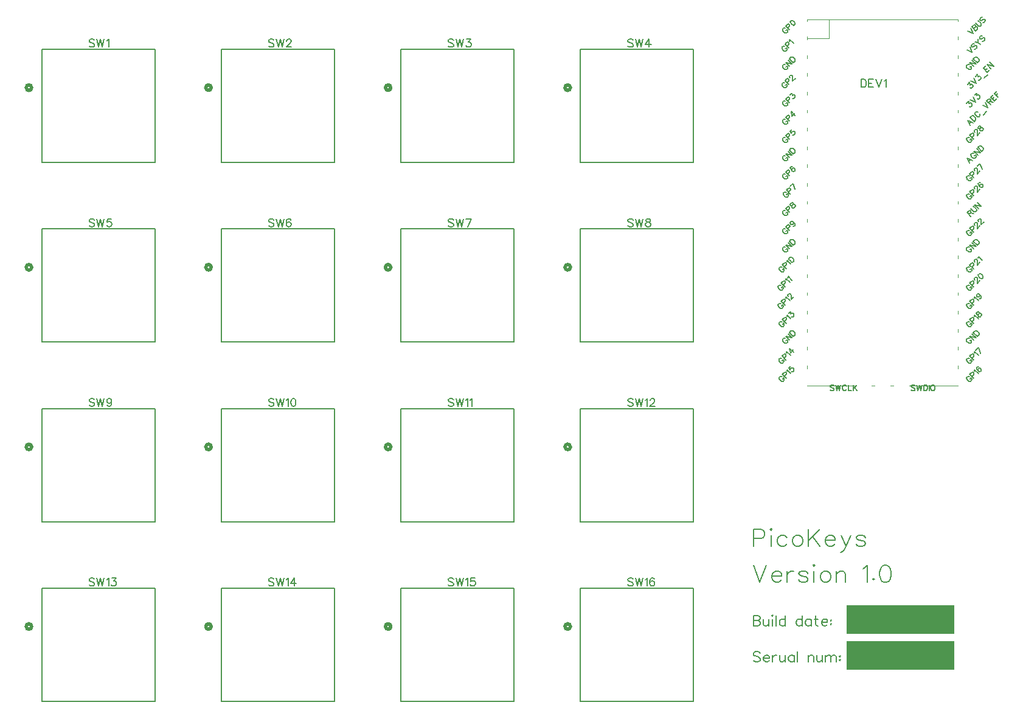
<source format=gto>
G04 Layer: TopSilkscreenLayer*
G04 EasyEDA v6.5.1, 2022-06-14 18:14:27*
G04 a67cddfb3fce44daa9051d46cbbcc19f,10*
G04 Gerber Generator version 0.2*
G04 Scale: 100 percent, Rotated: No, Reflected: No *
G04 Dimensions in millimeters *
G04 leading zeros omitted , absolute positions ,4 integer and 5 decimal *
%FSLAX45Y45*%
%MOMM*%

%ADD19C,0.1199*%
%ADD20C,0.1524*%
%ADD21C,0.5080*%
%ADD22C,0.2032*%
%ADD23C,0.1501*%

%LPD*%
D22*
X10500106Y2852343D02*
G01*
X10500106Y2613583D01*
X10500106Y2852343D02*
G01*
X10602213Y2852343D01*
X10636250Y2840913D01*
X10647679Y2829483D01*
X10659109Y2806877D01*
X10659109Y2772841D01*
X10647679Y2749981D01*
X10636250Y2738551D01*
X10602213Y2727375D01*
X10500106Y2727375D01*
X10734040Y2852343D02*
G01*
X10745470Y2840913D01*
X10756900Y2852343D01*
X10745470Y2863519D01*
X10734040Y2852343D01*
X10745470Y2772841D02*
G01*
X10745470Y2613583D01*
X10968227Y2738551D02*
G01*
X10945368Y2761411D01*
X10922761Y2772841D01*
X10888725Y2772841D01*
X10865865Y2761411D01*
X10843259Y2738551D01*
X10831829Y2704515D01*
X10831829Y2681909D01*
X10843259Y2647619D01*
X10865865Y2625013D01*
X10888725Y2613583D01*
X10922761Y2613583D01*
X10945368Y2625013D01*
X10968227Y2647619D01*
X11100054Y2772841D02*
G01*
X11077193Y2761411D01*
X11054588Y2738551D01*
X11043158Y2704515D01*
X11043158Y2681909D01*
X11054588Y2647619D01*
X11077193Y2625013D01*
X11100054Y2613583D01*
X11134090Y2613583D01*
X11156695Y2625013D01*
X11179556Y2647619D01*
X11190986Y2681909D01*
X11190986Y2704515D01*
X11179556Y2738551D01*
X11156695Y2761411D01*
X11134090Y2772841D01*
X11100054Y2772841D01*
X11265915Y2852343D02*
G01*
X11265915Y2613583D01*
X11424920Y2852343D02*
G01*
X11265915Y2693085D01*
X11322811Y2749981D02*
G01*
X11424920Y2613583D01*
X11500104Y2704515D02*
G01*
X11636247Y2704515D01*
X11636247Y2727375D01*
X11625072Y2749981D01*
X11613641Y2761411D01*
X11590781Y2772841D01*
X11556745Y2772841D01*
X11534140Y2761411D01*
X11511279Y2738551D01*
X11500104Y2704515D01*
X11500104Y2681909D01*
X11511279Y2647619D01*
X11534140Y2625013D01*
X11556745Y2613583D01*
X11590781Y2613583D01*
X11613641Y2625013D01*
X11636247Y2647619D01*
X11722608Y2772841D02*
G01*
X11790934Y2613583D01*
X11859006Y2772841D02*
G01*
X11790934Y2613583D01*
X11768074Y2568117D01*
X11745468Y2545511D01*
X11722608Y2534081D01*
X11711431Y2534081D01*
X12059158Y2738551D02*
G01*
X12047727Y2761411D01*
X12013691Y2772841D01*
X11979656Y2772841D01*
X11945365Y2761411D01*
X11934190Y2738551D01*
X11945365Y2715945D01*
X11968225Y2704515D01*
X12025122Y2693085D01*
X12047727Y2681909D01*
X12059158Y2659049D01*
X12059158Y2647619D01*
X12047727Y2625013D01*
X12013691Y2613583D01*
X11979656Y2613583D01*
X11945365Y2625013D01*
X11934190Y2647619D01*
X10500106Y2352217D02*
G01*
X10590784Y2113711D01*
X10681715Y2352217D02*
G01*
X10590784Y2113711D01*
X10756900Y2204643D02*
G01*
X10893297Y2204643D01*
X10893297Y2227249D01*
X10881868Y2250109D01*
X10870438Y2261285D01*
X10847831Y2272715D01*
X10813541Y2272715D01*
X10790936Y2261285D01*
X10768075Y2238679D01*
X10756900Y2204643D01*
X10756900Y2181783D01*
X10768075Y2147747D01*
X10790936Y2124887D01*
X10813541Y2113711D01*
X10847831Y2113711D01*
X10870438Y2124887D01*
X10893297Y2147747D01*
X10968227Y2272715D02*
G01*
X10968227Y2113711D01*
X10968227Y2204643D02*
G01*
X10979658Y2238679D01*
X11002263Y2261285D01*
X11025124Y2272715D01*
X11059159Y2272715D01*
X11259058Y2238679D02*
G01*
X11247627Y2261285D01*
X11213591Y2272715D01*
X11179556Y2272715D01*
X11145520Y2261285D01*
X11134090Y2238679D01*
X11145520Y2215819D01*
X11168125Y2204643D01*
X11225022Y2193213D01*
X11247627Y2181783D01*
X11259058Y2159177D01*
X11259058Y2147747D01*
X11247627Y2124887D01*
X11213591Y2113711D01*
X11179556Y2113711D01*
X11145520Y2124887D01*
X11134090Y2147747D01*
X11333988Y2352217D02*
G01*
X11345418Y2340787D01*
X11356847Y2352217D01*
X11345418Y2363647D01*
X11333988Y2352217D01*
X11345418Y2272715D02*
G01*
X11345418Y2113711D01*
X11488674Y2272715D02*
G01*
X11465813Y2261285D01*
X11443208Y2238679D01*
X11431777Y2204643D01*
X11431777Y2181783D01*
X11443208Y2147747D01*
X11465813Y2124887D01*
X11488674Y2113711D01*
X11522709Y2113711D01*
X11545570Y2124887D01*
X11568175Y2147747D01*
X11579606Y2181783D01*
X11579606Y2204643D01*
X11568175Y2238679D01*
X11545570Y2261285D01*
X11522709Y2272715D01*
X11488674Y2272715D01*
X11654536Y2272715D02*
G01*
X11654536Y2113711D01*
X11654536Y2227249D02*
G01*
X11688572Y2261285D01*
X11711431Y2272715D01*
X11745468Y2272715D01*
X11768074Y2261285D01*
X11779504Y2227249D01*
X11779504Y2113711D01*
X12029440Y2306751D02*
G01*
X12052300Y2318181D01*
X12086336Y2352217D01*
X12086336Y2113711D01*
X12172695Y2170353D02*
G01*
X12161265Y2159177D01*
X12172695Y2147747D01*
X12184125Y2159177D01*
X12172695Y2170353D01*
X12327381Y2352217D02*
G01*
X12293091Y2340787D01*
X12270486Y2306751D01*
X12259056Y2250109D01*
X12259056Y2215819D01*
X12270486Y2159177D01*
X12293091Y2124887D01*
X12327381Y2113711D01*
X12349988Y2113711D01*
X12384024Y2124887D01*
X12406884Y2159177D01*
X12418059Y2215819D01*
X12418059Y2250109D01*
X12406884Y2306751D01*
X12384024Y2340787D01*
X12349988Y2352217D01*
X12327381Y2352217D01*
X10500106Y1651254D02*
G01*
X10500106Y1508252D01*
X10500106Y1651254D02*
G01*
X10561320Y1651254D01*
X10581893Y1644650D01*
X10588752Y1637792D01*
X10595356Y1624076D01*
X10595356Y1610360D01*
X10588752Y1596897D01*
X10581893Y1590039D01*
X10561320Y1583181D01*
X10500106Y1583181D02*
G01*
X10561320Y1583181D01*
X10581893Y1576323D01*
X10588752Y1569465D01*
X10595356Y1556004D01*
X10595356Y1535429D01*
X10588752Y1521713D01*
X10581893Y1515110D01*
X10561320Y1508252D01*
X10500106Y1508252D01*
X10640568Y1603755D02*
G01*
X10640568Y1535429D01*
X10647172Y1515110D01*
X10660888Y1508252D01*
X10681461Y1508252D01*
X10694924Y1515110D01*
X10715497Y1535429D01*
X10715497Y1603755D02*
G01*
X10715497Y1508252D01*
X10760456Y1651254D02*
G01*
X10767313Y1644650D01*
X10774172Y1651254D01*
X10767313Y1658112D01*
X10760456Y1651254D01*
X10767313Y1603755D02*
G01*
X10767313Y1508252D01*
X10819129Y1651254D02*
G01*
X10819129Y1508252D01*
X10945875Y1651254D02*
G01*
X10945875Y1508252D01*
X10945875Y1583181D02*
G01*
X10932159Y1596897D01*
X10918697Y1603755D01*
X10898124Y1603755D01*
X10884661Y1596897D01*
X10870945Y1583181D01*
X10864088Y1562607D01*
X10864088Y1549145D01*
X10870945Y1528571D01*
X10884661Y1515110D01*
X10898124Y1508252D01*
X10918697Y1508252D01*
X10932159Y1515110D01*
X10945875Y1528571D01*
X11177777Y1651254D02*
G01*
X11177777Y1508252D01*
X11177777Y1583181D02*
G01*
X11164061Y1596897D01*
X11150345Y1603755D01*
X11130025Y1603755D01*
X11116309Y1596897D01*
X11102847Y1583181D01*
X11095990Y1562607D01*
X11095990Y1549145D01*
X11102847Y1528571D01*
X11116309Y1515110D01*
X11130025Y1508252D01*
X11150345Y1508252D01*
X11164061Y1515110D01*
X11177777Y1528571D01*
X11304524Y1603755D02*
G01*
X11304524Y1508252D01*
X11304524Y1583181D02*
G01*
X11290808Y1596897D01*
X11277345Y1603755D01*
X11256772Y1603755D01*
X11243056Y1596897D01*
X11229593Y1583181D01*
X11222736Y1562607D01*
X11222736Y1549145D01*
X11229593Y1528571D01*
X11243056Y1515110D01*
X11256772Y1508252D01*
X11277345Y1508252D01*
X11290808Y1515110D01*
X11304524Y1528571D01*
X11370056Y1651254D02*
G01*
X11370056Y1535429D01*
X11376913Y1515110D01*
X11390375Y1508252D01*
X11404091Y1508252D01*
X11349481Y1603755D02*
G01*
X11397234Y1603755D01*
X11449050Y1562607D02*
G01*
X11530838Y1562607D01*
X11530838Y1576323D01*
X11523979Y1590039D01*
X11517375Y1596897D01*
X11503659Y1603755D01*
X11483086Y1603755D01*
X11469624Y1596897D01*
X11455908Y1583181D01*
X11449050Y1562607D01*
X11449050Y1549145D01*
X11455908Y1528571D01*
X11469624Y1515110D01*
X11483086Y1508252D01*
X11503659Y1508252D01*
X11517375Y1515110D01*
X11530838Y1528571D01*
X11582654Y1590039D02*
G01*
X11575795Y1583181D01*
X11582654Y1576323D01*
X11589511Y1583181D01*
X11582654Y1590039D01*
X11582654Y1542287D02*
G01*
X11575795Y1535429D01*
X11582654Y1528571D01*
X11589511Y1535429D01*
X11582654Y1542287D01*
X10595356Y1130807D02*
G01*
X10581893Y1144523D01*
X10561320Y1151381D01*
X10534141Y1151381D01*
X10513568Y1144523D01*
X10500106Y1130807D01*
X10500106Y1117345D01*
X10506709Y1103629D01*
X10513568Y1096771D01*
X10527284Y1089913D01*
X10568177Y1076452D01*
X10581893Y1069594D01*
X10588752Y1062736D01*
X10595356Y1049020D01*
X10595356Y1028700D01*
X10581893Y1014984D01*
X10561320Y1008126D01*
X10534141Y1008126D01*
X10513568Y1014984D01*
X10500106Y1028700D01*
X10640568Y1062736D02*
G01*
X10722356Y1062736D01*
X10722356Y1076452D01*
X10715497Y1089913D01*
X10708640Y1096771D01*
X10694924Y1103629D01*
X10674604Y1103629D01*
X10660888Y1096771D01*
X10647172Y1083055D01*
X10640568Y1062736D01*
X10640568Y1049020D01*
X10647172Y1028700D01*
X10660888Y1014984D01*
X10674604Y1008126D01*
X10694924Y1008126D01*
X10708640Y1014984D01*
X10722356Y1028700D01*
X10767313Y1103629D02*
G01*
X10767313Y1008126D01*
X10767313Y1062736D02*
G01*
X10774172Y1083055D01*
X10787634Y1096771D01*
X10801350Y1103629D01*
X10821924Y1103629D01*
X10866881Y1103629D02*
G01*
X10866881Y1035557D01*
X10873740Y1014984D01*
X10887202Y1008126D01*
X10907775Y1008126D01*
X10921238Y1014984D01*
X10941811Y1035557D01*
X10941811Y1103629D02*
G01*
X10941811Y1008126D01*
X11068558Y1103629D02*
G01*
X11068558Y1008126D01*
X11068558Y1083055D02*
G01*
X11055095Y1096771D01*
X11041379Y1103629D01*
X11020806Y1103629D01*
X11007343Y1096771D01*
X10993627Y1083055D01*
X10986770Y1062736D01*
X10986770Y1049020D01*
X10993627Y1028700D01*
X11007343Y1014984D01*
X11020806Y1008126D01*
X11041379Y1008126D01*
X11055095Y1014984D01*
X11068558Y1028700D01*
X11113515Y1151381D02*
G01*
X11113515Y1008126D01*
X11263629Y1103629D02*
G01*
X11263629Y1008126D01*
X11263629Y1076452D02*
G01*
X11284204Y1096771D01*
X11297665Y1103629D01*
X11318240Y1103629D01*
X11331702Y1096771D01*
X11338559Y1076452D01*
X11338559Y1008126D01*
X11383518Y1103629D02*
G01*
X11383518Y1035557D01*
X11390375Y1014984D01*
X11404091Y1008126D01*
X11424665Y1008126D01*
X11438127Y1014984D01*
X11458702Y1035557D01*
X11458702Y1103629D02*
G01*
X11458702Y1008126D01*
X11503659Y1103629D02*
G01*
X11503659Y1008126D01*
X11503659Y1076452D02*
G01*
X11523979Y1096771D01*
X11537695Y1103629D01*
X11558270Y1103629D01*
X11571731Y1096771D01*
X11578590Y1076452D01*
X11578590Y1008126D01*
X11578590Y1076452D02*
G01*
X11599163Y1096771D01*
X11612625Y1103629D01*
X11633200Y1103629D01*
X11646915Y1096771D01*
X11653520Y1076452D01*
X11653520Y1008126D01*
X11705336Y1089913D02*
G01*
X11698731Y1083055D01*
X11705336Y1076452D01*
X11712193Y1083055D01*
X11705336Y1089913D01*
X11705336Y1042162D02*
G01*
X11698731Y1035557D01*
X11705336Y1028700D01*
X11712193Y1035557D01*
X11705336Y1042162D01*
D20*
X11999998Y9115338D02*
G01*
X11999998Y9006235D01*
X11999998Y9115338D02*
G01*
X12036366Y9115338D01*
X12051954Y9110144D01*
X12062343Y9099753D01*
X12067540Y9089362D01*
X12072734Y9073774D01*
X12072734Y9047797D01*
X12067540Y9032212D01*
X12062343Y9021820D01*
X12051954Y9011429D01*
X12036366Y9006235D01*
X11999998Y9006235D01*
X12107024Y9115338D02*
G01*
X12107024Y9006235D01*
X12107024Y9115338D02*
G01*
X12174565Y9115338D01*
X12107024Y9063385D02*
G01*
X12148588Y9063385D01*
X12107024Y9006235D02*
G01*
X12174565Y9006235D01*
X12208855Y9115338D02*
G01*
X12250420Y9006235D01*
X12291984Y9115338D02*
G01*
X12250420Y9006235D01*
X12326274Y9094556D02*
G01*
X12336663Y9099753D01*
X12352251Y9115338D01*
X12352251Y9006235D01*
D23*
X10936495Y9574974D02*
G01*
X10928591Y9577489D01*
X10918535Y9577489D01*
X10910630Y9574974D01*
X10900394Y9564735D01*
X10897880Y9556833D01*
X10897880Y9546775D01*
X10900394Y9538873D01*
X10905604Y9528634D01*
X10918535Y9515703D01*
X10928771Y9510496D01*
X10936495Y9508159D01*
X10946731Y9507981D01*
X10954456Y9510674D01*
X10964692Y9520913D01*
X10967387Y9528634D01*
X10967206Y9538873D01*
X10964872Y9546597D01*
X10957148Y9554319D01*
X10944217Y9541388D02*
G01*
X10957148Y9554319D01*
X10940445Y9604789D02*
G01*
X10994506Y9550727D01*
X10940445Y9604789D02*
G01*
X10963615Y9627956D01*
X10974031Y9632985D01*
X10979061Y9632985D01*
X10986963Y9630470D01*
X10994687Y9622749D01*
X10997021Y9615025D01*
X10997201Y9609818D01*
X10991992Y9599579D01*
X10968824Y9576412D01*
X11003846Y9647354D02*
G01*
X11006361Y9655258D01*
X11006361Y9670704D01*
X11060422Y9616643D01*
X10936495Y9065958D02*
G01*
X10928591Y9068473D01*
X10918535Y9068473D01*
X10910630Y9065958D01*
X10900394Y9055719D01*
X10897880Y9047817D01*
X10897880Y9037759D01*
X10900394Y9029857D01*
X10905604Y9019618D01*
X10918535Y9006687D01*
X10928771Y9001480D01*
X10936495Y8999143D01*
X10946731Y8998965D01*
X10954456Y9001658D01*
X10964692Y9011897D01*
X10967387Y9019618D01*
X10967206Y9029857D01*
X10964872Y9037581D01*
X10957148Y9045303D01*
X10944217Y9032372D02*
G01*
X10957148Y9045303D01*
X10940445Y9095773D02*
G01*
X10994506Y9041711D01*
X10940445Y9095773D02*
G01*
X10963615Y9118940D01*
X10974031Y9123969D01*
X10979061Y9123969D01*
X10986963Y9121454D01*
X10994687Y9113733D01*
X10997021Y9106009D01*
X10997201Y9100802D01*
X10991992Y9090563D01*
X10968824Y9067396D01*
X11009055Y9138518D02*
G01*
X11006541Y9141033D01*
X11003846Y9148754D01*
X11003846Y9153784D01*
X11006361Y9161688D01*
X11016599Y9171924D01*
X11024501Y9174439D01*
X11029530Y9174439D01*
X11037252Y9171744D01*
X11042281Y9166717D01*
X11044976Y9158993D01*
X11047491Y9146062D01*
X11047491Y9094696D01*
X11083592Y9130794D01*
X10946429Y9827887D02*
G01*
X10938708Y9830579D01*
X10928469Y9830401D01*
X10920747Y9828065D01*
X10910331Y9817648D01*
X10907994Y9809924D01*
X10907816Y9799688D01*
X10910509Y9791964D01*
X10915538Y9781547D01*
X10928469Y9768616D01*
X10938888Y9763587D01*
X10946429Y9761072D01*
X10956848Y9761072D01*
X10964392Y9763587D01*
X10974809Y9774003D01*
X10977323Y9781547D01*
X10977323Y9791964D01*
X10974809Y9799507D01*
X10967084Y9807232D01*
X10954334Y9794478D02*
G01*
X10967084Y9807232D01*
X10950562Y9857879D02*
G01*
X11004623Y9803818D01*
X10950562Y9857879D02*
G01*
X10973729Y9881049D01*
X10983968Y9885898D01*
X10989177Y9886078D01*
X10996899Y9883383D01*
X11004623Y9875662D01*
X11007138Y9868118D01*
X11007138Y9862728D01*
X11002109Y9852672D01*
X10978939Y9829502D01*
X11018992Y9926309D02*
G01*
X11013963Y9915893D01*
X11016477Y9902962D01*
X11026714Y9887694D01*
X11034438Y9879972D01*
X11049883Y9869553D01*
X11062815Y9867038D01*
X11073051Y9872248D01*
X11078080Y9877277D01*
X11083290Y9887513D01*
X11080775Y9900447D01*
X11070358Y9915893D01*
X11062634Y9923614D01*
X11047369Y9933853D01*
X11034438Y9936368D01*
X11024019Y9931339D01*
X11018992Y9926309D01*
X10946429Y8811887D02*
G01*
X10938708Y8814579D01*
X10928469Y8814401D01*
X10920747Y8812065D01*
X10910331Y8801648D01*
X10907994Y8793924D01*
X10907816Y8783688D01*
X10910509Y8775964D01*
X10915538Y8765547D01*
X10928469Y8752616D01*
X10938888Y8747587D01*
X10946429Y8745072D01*
X10956848Y8745072D01*
X10964392Y8747587D01*
X10974809Y8758003D01*
X10977323Y8765547D01*
X10977323Y8775964D01*
X10974809Y8783507D01*
X10967084Y8791232D01*
X10954334Y8778478D02*
G01*
X10967084Y8791232D01*
X10950562Y8841879D02*
G01*
X11004623Y8787818D01*
X10950562Y8841879D02*
G01*
X10973729Y8865049D01*
X10983968Y8869898D01*
X10989177Y8870078D01*
X10996899Y8867383D01*
X11004623Y8859662D01*
X11007138Y8852118D01*
X11007138Y8846728D01*
X11002109Y8836672D01*
X10978939Y8813502D01*
X11008573Y8899893D02*
G01*
X11036952Y8928270D01*
X11042159Y8892169D01*
X11049883Y8899893D01*
X11057427Y8902407D01*
X11062815Y8902407D01*
X11073051Y8897198D01*
X11078080Y8892169D01*
X11083290Y8881932D01*
X11083290Y8871513D01*
X11078080Y8861277D01*
X11070358Y8853553D01*
X11060120Y8848346D01*
X11054913Y8848526D01*
X11047369Y8851038D01*
X10946429Y8557887D02*
G01*
X10938708Y8560579D01*
X10928469Y8560401D01*
X10920747Y8558065D01*
X10910331Y8547648D01*
X10907994Y8539924D01*
X10907816Y8529688D01*
X10910509Y8521964D01*
X10915538Y8511547D01*
X10928469Y8498616D01*
X10938888Y8493587D01*
X10946429Y8491072D01*
X10956848Y8491072D01*
X10964392Y8493587D01*
X10974809Y8504003D01*
X10977323Y8511547D01*
X10977323Y8521964D01*
X10974809Y8529507D01*
X10967084Y8537232D01*
X10954334Y8524478D02*
G01*
X10967084Y8537232D01*
X10950562Y8587879D02*
G01*
X11004623Y8533818D01*
X10950562Y8587879D02*
G01*
X10973729Y8611049D01*
X10983968Y8615898D01*
X10989177Y8616078D01*
X10996899Y8613383D01*
X11004623Y8605662D01*
X11007138Y8598118D01*
X11007138Y8592728D01*
X11002109Y8582672D01*
X10978939Y8559502D01*
X11029228Y8666548D02*
G01*
X11039645Y8604763D01*
X11078080Y8643198D01*
X11029228Y8666548D02*
G01*
X11083290Y8612487D01*
X10946429Y8303887D02*
G01*
X10938708Y8306579D01*
X10928469Y8306401D01*
X10920747Y8304065D01*
X10910331Y8293648D01*
X10907994Y8285924D01*
X10907816Y8275688D01*
X10910509Y8267964D01*
X10915538Y8257547D01*
X10928469Y8244616D01*
X10938888Y8239587D01*
X10946429Y8237072D01*
X10956848Y8237072D01*
X10964392Y8239587D01*
X10974809Y8250003D01*
X10977323Y8257547D01*
X10977323Y8267964D01*
X10974809Y8275507D01*
X10967084Y8283232D01*
X10954334Y8270478D02*
G01*
X10967084Y8283232D01*
X10950562Y8333879D02*
G01*
X11004623Y8279818D01*
X10950562Y8333879D02*
G01*
X10973729Y8357049D01*
X10983968Y8361898D01*
X10989177Y8362078D01*
X10996899Y8359383D01*
X11004623Y8351662D01*
X11007138Y8344118D01*
X11007138Y8338728D01*
X11002109Y8328672D01*
X10978939Y8305502D01*
X11034257Y8417575D02*
G01*
X11008573Y8391893D01*
X11029228Y8366208D01*
X11029228Y8371238D01*
X11034438Y8381476D01*
X11042159Y8389198D01*
X11052398Y8394407D01*
X11062815Y8394407D01*
X11073051Y8389198D01*
X11078080Y8384169D01*
X11083290Y8373932D01*
X11083290Y8363513D01*
X11078080Y8353277D01*
X11070358Y8345553D01*
X11060120Y8340346D01*
X11054913Y8340526D01*
X11047369Y8343038D01*
X10946429Y7795887D02*
G01*
X10938708Y7798579D01*
X10928469Y7798401D01*
X10920747Y7796065D01*
X10910331Y7785648D01*
X10907994Y7777924D01*
X10907816Y7767688D01*
X10910509Y7759964D01*
X10915538Y7749547D01*
X10928469Y7736616D01*
X10938888Y7731587D01*
X10946429Y7729072D01*
X10956848Y7729072D01*
X10964392Y7731587D01*
X10974809Y7742003D01*
X10977323Y7749547D01*
X10977323Y7759964D01*
X10974809Y7767507D01*
X10967084Y7775232D01*
X10954334Y7762478D02*
G01*
X10967084Y7775232D01*
X10950562Y7825879D02*
G01*
X11004623Y7771818D01*
X10950562Y7825879D02*
G01*
X10973729Y7849049D01*
X10983968Y7853898D01*
X10989177Y7854078D01*
X10996899Y7851383D01*
X11004623Y7843662D01*
X11007138Y7836118D01*
X11007138Y7830728D01*
X11002109Y7820672D01*
X10978939Y7797502D01*
X11041981Y7901853D02*
G01*
X11034438Y7904368D01*
X11024019Y7899339D01*
X11018992Y7894309D01*
X11013963Y7883893D01*
X11016477Y7870962D01*
X11026714Y7855694D01*
X11039645Y7842763D01*
X11052398Y7835038D01*
X11062815Y7835038D01*
X11073051Y7840248D01*
X11075565Y7842763D01*
X11080775Y7853001D01*
X11080595Y7863238D01*
X11075565Y7873654D01*
X11073051Y7876169D01*
X11062634Y7881198D01*
X11052398Y7881378D01*
X11042159Y7876169D01*
X11039645Y7873654D01*
X11034438Y7863418D01*
X11034438Y7853001D01*
X11039645Y7842763D01*
X10956528Y7545034D02*
G01*
X10948626Y7547549D01*
X10938568Y7547549D01*
X10930844Y7544854D01*
X10920608Y7534617D01*
X10917913Y7526893D01*
X10917732Y7516657D01*
X10920427Y7508933D01*
X10925637Y7498697D01*
X10938568Y7485766D01*
X10948804Y7480556D01*
X10956348Y7478041D01*
X10966764Y7478041D01*
X10974489Y7480736D01*
X10984725Y7490973D01*
X10987420Y7498697D01*
X10987239Y7508933D01*
X10984905Y7516657D01*
X10977184Y7524379D01*
X10964250Y7511448D02*
G01*
X10977184Y7524379D01*
X10960658Y7574668D02*
G01*
X11014539Y7520787D01*
X10960658Y7574668D02*
G01*
X10983828Y7597838D01*
X10994064Y7603048D01*
X10999094Y7603048D01*
X11006998Y7600533D01*
X11014720Y7592809D01*
X11017054Y7585087D01*
X11017234Y7579878D01*
X11012025Y7569639D01*
X10988857Y7546472D01*
X11049563Y7663573D02*
G01*
X11077762Y7584008D01*
X11013643Y7627653D02*
G01*
X11049563Y7663573D01*
X10946429Y7287887D02*
G01*
X10938708Y7290579D01*
X10928469Y7290401D01*
X10920747Y7288065D01*
X10910331Y7277648D01*
X10907994Y7269924D01*
X10907816Y7259688D01*
X10910509Y7251964D01*
X10915538Y7241547D01*
X10928469Y7228616D01*
X10938888Y7223587D01*
X10946429Y7221072D01*
X10956848Y7221072D01*
X10964392Y7223587D01*
X10974809Y7234003D01*
X10977323Y7241547D01*
X10977323Y7251964D01*
X10974809Y7259507D01*
X10967084Y7267232D01*
X10954334Y7254478D02*
G01*
X10967084Y7267232D01*
X10950562Y7317879D02*
G01*
X11004623Y7263818D01*
X10950562Y7317879D02*
G01*
X10973729Y7341049D01*
X10983968Y7345898D01*
X10989177Y7346078D01*
X10996899Y7343383D01*
X11004623Y7335662D01*
X11007138Y7328118D01*
X11007138Y7322728D01*
X11002109Y7312672D01*
X10978939Y7289502D01*
X11016297Y7383614D02*
G01*
X11011268Y7373198D01*
X11013782Y7365654D01*
X11018992Y7360447D01*
X11026714Y7357752D01*
X11034438Y7360447D01*
X11047188Y7368169D01*
X11057605Y7373198D01*
X11067844Y7373378D01*
X11075565Y7370683D01*
X11083290Y7362962D01*
X11085804Y7355418D01*
X11085804Y7350028D01*
X11080595Y7339792D01*
X11070358Y7329553D01*
X11060120Y7324346D01*
X11054913Y7324526D01*
X11047369Y7327038D01*
X11039645Y7334763D01*
X11036952Y7342487D01*
X11037130Y7352723D01*
X11042159Y7363139D01*
X11049883Y7375893D01*
X11052398Y7383437D01*
X11049883Y7391339D01*
X11044674Y7396548D01*
X11036952Y7398882D01*
X11026533Y7393853D01*
X11016297Y7383614D01*
X10946450Y7033892D02*
G01*
X10938725Y7036587D01*
X10928487Y7036407D01*
X10920765Y7034072D01*
X10910349Y7023656D01*
X10908012Y7015932D01*
X10907834Y7005695D01*
X10910526Y6997971D01*
X10915556Y6987555D01*
X10928309Y6974804D01*
X10938725Y6969775D01*
X10946450Y6967080D01*
X10956866Y6967080D01*
X10964410Y6969594D01*
X10974826Y6980011D01*
X10977341Y6987555D01*
X10977341Y6997971D01*
X10974646Y7005695D01*
X10966924Y7013417D01*
X10954171Y7000666D02*
G01*
X10966924Y7013417D01*
X10950580Y7063887D02*
G01*
X11004641Y7009825D01*
X10950580Y7063887D02*
G01*
X10973749Y7087057D01*
X10983986Y7091906D01*
X10989195Y7092086D01*
X10996917Y7089391D01*
X11004641Y7081669D01*
X11007156Y7074126D01*
X11007156Y7068736D01*
X11002126Y7058680D01*
X10978956Y7035510D01*
X11055111Y7132137D02*
G01*
X11060137Y7121720D01*
X11060137Y7111662D01*
X11054930Y7101425D01*
X11052416Y7098911D01*
X11042177Y7093701D01*
X11031941Y7093521D01*
X11021702Y7098731D01*
X11019010Y7101425D01*
X11013800Y7111662D01*
X11013981Y7121900D01*
X11019010Y7132317D01*
X11021524Y7134832D01*
X11031941Y7139861D01*
X11041999Y7139861D01*
X11055111Y7132137D01*
X11067862Y7119386D01*
X11078098Y7103760D01*
X11080793Y7091006D01*
X11075586Y7080770D01*
X11070376Y7075561D01*
X11060137Y7070354D01*
X11052416Y7073046D01*
X10898418Y6503299D02*
G01*
X10890694Y6505991D01*
X10880455Y6505813D01*
X10872553Y6503299D01*
X10862317Y6493060D01*
X10859980Y6485338D01*
X10859803Y6475100D01*
X10862495Y6467375D01*
X10867524Y6456959D01*
X10880455Y6444028D01*
X10890874Y6438999D01*
X10898418Y6436484D01*
X10908835Y6436484D01*
X10916378Y6438999D01*
X10926615Y6449237D01*
X10929310Y6456959D01*
X10929310Y6467375D01*
X10926795Y6474919D01*
X10919071Y6482643D01*
X10906140Y6469712D02*
G01*
X10919071Y6482643D01*
X10902548Y6533291D02*
G01*
X10956610Y6479230D01*
X10902548Y6533291D02*
G01*
X10925538Y6556281D01*
X10935954Y6561310D01*
X10941164Y6561490D01*
X10948885Y6558795D01*
X10956610Y6551074D01*
X10959124Y6543530D01*
X10959124Y6538140D01*
X10953915Y6527904D01*
X10930925Y6504914D01*
X10965949Y6575859D02*
G01*
X10968283Y6583580D01*
X10968283Y6599026D01*
X11022345Y6544965D01*
X11000793Y6631536D02*
G01*
X10995764Y6621119D01*
X10998278Y6608188D01*
X11008514Y6592920D01*
X11016239Y6585198D01*
X11031684Y6574779D01*
X11044615Y6572267D01*
X11054854Y6577474D01*
X11059881Y6582503D01*
X11065090Y6592742D01*
X11062576Y6605673D01*
X11052159Y6621119D01*
X11044435Y6628841D01*
X11029170Y6639079D01*
X11016239Y6641594D01*
X11005822Y6636565D01*
X11000793Y6631536D01*
X10883902Y6249388D02*
G01*
X10876000Y6251902D01*
X10865942Y6251902D01*
X10858040Y6249388D01*
X10847801Y6239149D01*
X10845286Y6231247D01*
X10845106Y6221011D01*
X10847801Y6213287D01*
X10853011Y6203050D01*
X10865942Y6190117D01*
X10876178Y6184910D01*
X10883722Y6182395D01*
X10894138Y6182395D01*
X10901862Y6185090D01*
X10912099Y6195326D01*
X10914794Y6203050D01*
X10914613Y6213287D01*
X10912279Y6221011D01*
X10904557Y6228732D01*
X10891624Y6215801D02*
G01*
X10904557Y6228732D01*
X10887854Y6279202D02*
G01*
X10941913Y6225141D01*
X10887854Y6279202D02*
G01*
X10911022Y6302372D01*
X10921438Y6307401D01*
X10926467Y6307401D01*
X10934372Y6304887D01*
X10942093Y6297162D01*
X10944428Y6289438D01*
X10944608Y6284231D01*
X10939399Y6273993D01*
X10916231Y6250825D01*
X10951253Y6321767D02*
G01*
X10953767Y6329672D01*
X10953767Y6345118D01*
X11007829Y6291056D01*
X10981067Y6351582D02*
G01*
X10983582Y6359486D01*
X10983582Y6374932D01*
X11037643Y6320871D01*
X10883902Y5995388D02*
G01*
X10876000Y5997902D01*
X10865942Y5997902D01*
X10858040Y5995388D01*
X10847801Y5985149D01*
X10845286Y5977247D01*
X10845106Y5967011D01*
X10847801Y5959287D01*
X10853011Y5949050D01*
X10865942Y5936117D01*
X10876178Y5930910D01*
X10883722Y5928395D01*
X10894138Y5928395D01*
X10901862Y5931090D01*
X10912099Y5941326D01*
X10914794Y5949050D01*
X10914613Y5959287D01*
X10912279Y5967011D01*
X10904557Y5974732D01*
X10891624Y5961801D02*
G01*
X10904557Y5974732D01*
X10887854Y6025202D02*
G01*
X10941913Y5971141D01*
X10887854Y6025202D02*
G01*
X10911022Y6048372D01*
X10921438Y6053401D01*
X10926467Y6053401D01*
X10934372Y6050887D01*
X10942093Y6043162D01*
X10944428Y6035438D01*
X10944608Y6030231D01*
X10939399Y6019993D01*
X10916231Y5996825D01*
X10951253Y6067767D02*
G01*
X10953767Y6075672D01*
X10953767Y6091118D01*
X11007829Y6037056D01*
X10986096Y6097582D02*
G01*
X10983582Y6100097D01*
X10981067Y6108001D01*
X10981067Y6113028D01*
X10983582Y6120932D01*
X10993821Y6131168D01*
X11001722Y6133683D01*
X11006752Y6133683D01*
X11014476Y6130991D01*
X11019502Y6125961D01*
X11022197Y6118237D01*
X11024712Y6105306D01*
X11024712Y6053940D01*
X11060813Y6090041D01*
X10898418Y5741299D02*
G01*
X10890694Y5743991D01*
X10880455Y5743813D01*
X10872553Y5741299D01*
X10862317Y5731060D01*
X10859980Y5723338D01*
X10859803Y5713100D01*
X10862495Y5705375D01*
X10867524Y5694959D01*
X10880455Y5682028D01*
X10890874Y5676999D01*
X10898418Y5674484D01*
X10908835Y5674484D01*
X10916378Y5676999D01*
X10926615Y5687237D01*
X10929310Y5694959D01*
X10929310Y5705375D01*
X10926795Y5712919D01*
X10919071Y5720643D01*
X10906140Y5707712D02*
G01*
X10919071Y5720643D01*
X10902548Y5771291D02*
G01*
X10956610Y5717230D01*
X10902548Y5771291D02*
G01*
X10925538Y5794281D01*
X10935954Y5799310D01*
X10941164Y5799490D01*
X10948885Y5796795D01*
X10956610Y5789074D01*
X10959124Y5781530D01*
X10959124Y5776140D01*
X10953915Y5765904D01*
X10930925Y5742914D01*
X10965949Y5813859D02*
G01*
X10968283Y5821580D01*
X10968283Y5837026D01*
X11022345Y5782965D01*
X10990374Y5859119D02*
G01*
X11018753Y5887496D01*
X11023960Y5851395D01*
X11031684Y5859119D01*
X11039228Y5861634D01*
X11044615Y5861634D01*
X11054854Y5856424D01*
X11059881Y5851395D01*
X11065090Y5841159D01*
X11065090Y5830742D01*
X11059881Y5820503D01*
X11052159Y5812779D01*
X11041921Y5807572D01*
X11036714Y5807753D01*
X11029170Y5810267D01*
X10893839Y5233316D02*
G01*
X10886114Y5236009D01*
X10875878Y5235831D01*
X10867974Y5233316D01*
X10857738Y5223078D01*
X10855223Y5215176D01*
X10855223Y5205117D01*
X10857915Y5197396D01*
X10862945Y5186977D01*
X10875878Y5174046D01*
X10886295Y5169016D01*
X10893839Y5166502D01*
X10904075Y5166324D01*
X10911799Y5169016D01*
X10922035Y5179255D01*
X10924730Y5186977D01*
X10924730Y5197396D01*
X10922215Y5204937D01*
X10914491Y5212661D01*
X10901560Y5199730D02*
G01*
X10914491Y5212661D01*
X10897788Y5263131D02*
G01*
X10951850Y5209070D01*
X10897788Y5263131D02*
G01*
X10920958Y5286298D01*
X10931375Y5291328D01*
X10936584Y5291508D01*
X10944306Y5288813D01*
X10952030Y5281091D01*
X10954545Y5273547D01*
X10954545Y5268160D01*
X10949335Y5257921D01*
X10926168Y5234752D01*
X10961189Y5305696D02*
G01*
X10963704Y5313598D01*
X10963704Y5329044D01*
X11017765Y5274985D01*
X11006449Y5371792D02*
G01*
X11016866Y5310007D01*
X11055304Y5348442D01*
X11006449Y5371792D02*
G01*
X11060511Y5317731D01*
X10898418Y4979299D02*
G01*
X10890694Y4981991D01*
X10880455Y4981813D01*
X10872553Y4979299D01*
X10862317Y4969060D01*
X10859980Y4961338D01*
X10859803Y4951100D01*
X10862495Y4943375D01*
X10867524Y4932959D01*
X10880455Y4920028D01*
X10890874Y4914999D01*
X10898418Y4912484D01*
X10908835Y4912484D01*
X10916378Y4914999D01*
X10926615Y4925237D01*
X10929310Y4932959D01*
X10929310Y4943375D01*
X10926795Y4950919D01*
X10919071Y4958643D01*
X10906140Y4945712D02*
G01*
X10919071Y4958643D01*
X10902548Y5009291D02*
G01*
X10956610Y4955230D01*
X10902548Y5009291D02*
G01*
X10925538Y5032281D01*
X10935954Y5037310D01*
X10941164Y5037490D01*
X10948885Y5034795D01*
X10956610Y5027074D01*
X10959124Y5019530D01*
X10959124Y5014140D01*
X10953915Y5003904D01*
X10930925Y4980914D01*
X10965949Y5051859D02*
G01*
X10968283Y5059580D01*
X10968283Y5075026D01*
X11022345Y5020965D01*
X11016058Y5122801D02*
G01*
X10990374Y5097119D01*
X11011029Y5071435D01*
X11011029Y5076464D01*
X11016239Y5086703D01*
X11023960Y5094424D01*
X11034199Y5099634D01*
X11044615Y5099634D01*
X11054854Y5094424D01*
X11059881Y5089395D01*
X11065090Y5079159D01*
X11065090Y5068742D01*
X11059881Y5058503D01*
X11052159Y5050779D01*
X11041921Y5045572D01*
X11036714Y5045753D01*
X11029170Y5048267D01*
X13509261Y4979352D02*
G01*
X13501357Y4981867D01*
X13491301Y4981867D01*
X13483396Y4979352D01*
X13473160Y4969113D01*
X13470646Y4961211D01*
X13470646Y4951153D01*
X13473160Y4943251D01*
X13478370Y4933012D01*
X13491301Y4920081D01*
X13501537Y4914874D01*
X13509261Y4912537D01*
X13519497Y4912360D01*
X13527222Y4915052D01*
X13537458Y4925291D01*
X13540153Y4933012D01*
X13539972Y4943251D01*
X13537638Y4950975D01*
X13529914Y4958697D01*
X13516983Y4945766D02*
G01*
X13529914Y4958697D01*
X13513211Y5009167D02*
G01*
X13567272Y4955105D01*
X13513211Y5009167D02*
G01*
X13536381Y5032334D01*
X13546797Y5037363D01*
X13551827Y5037363D01*
X13559729Y5034848D01*
X13567453Y5027127D01*
X13569787Y5019403D01*
X13569967Y5014196D01*
X13564758Y5003957D01*
X13541590Y4980790D01*
X13576612Y5051732D02*
G01*
X13579127Y5059636D01*
X13579127Y5075082D01*
X13633188Y5021021D01*
X13634626Y5115133D02*
G01*
X13627082Y5117647D01*
X13616665Y5112618D01*
X13611456Y5107411D01*
X13606426Y5096992D01*
X13609121Y5084241D01*
X13619180Y5068796D01*
X13632111Y5055864D01*
X13645042Y5048321D01*
X13655281Y5048140D01*
X13665517Y5053350D01*
X13668212Y5056042D01*
X13673419Y5066281D01*
X13673241Y5076517D01*
X13668032Y5086756D01*
X13665517Y5089270D01*
X13655281Y5094478D01*
X13645042Y5094658D01*
X13634806Y5089448D01*
X13632111Y5086756D01*
X13626901Y5076517D01*
X13627082Y5066281D01*
X13632111Y5055864D01*
X13509261Y5233352D02*
G01*
X13501357Y5235867D01*
X13491301Y5235867D01*
X13483396Y5233352D01*
X13473160Y5223113D01*
X13470646Y5215211D01*
X13470646Y5205153D01*
X13473160Y5197251D01*
X13478370Y5187012D01*
X13491301Y5174081D01*
X13501537Y5168874D01*
X13509261Y5166537D01*
X13519497Y5166360D01*
X13527222Y5169052D01*
X13537458Y5179291D01*
X13540153Y5187012D01*
X13539972Y5197251D01*
X13537638Y5204975D01*
X13529914Y5212697D01*
X13516983Y5199766D02*
G01*
X13529914Y5212697D01*
X13513211Y5263167D02*
G01*
X13567272Y5209105D01*
X13513211Y5263167D02*
G01*
X13536381Y5286334D01*
X13546797Y5291363D01*
X13551827Y5291363D01*
X13559729Y5288848D01*
X13567453Y5281127D01*
X13569787Y5273403D01*
X13569967Y5268196D01*
X13564758Y5257957D01*
X13541590Y5234790D01*
X13576612Y5305732D02*
G01*
X13579127Y5313636D01*
X13579127Y5329082D01*
X13633188Y5275021D01*
X13632111Y5382064D02*
G01*
X13660488Y5302321D01*
X13596010Y5345963D02*
G01*
X13632111Y5382064D01*
X13509261Y5741352D02*
G01*
X13501357Y5743867D01*
X13491301Y5743867D01*
X13483396Y5741352D01*
X13473160Y5731113D01*
X13470646Y5723211D01*
X13470646Y5713153D01*
X13473160Y5705251D01*
X13478370Y5695012D01*
X13491301Y5682081D01*
X13501537Y5676874D01*
X13509261Y5674537D01*
X13519497Y5674360D01*
X13527222Y5677052D01*
X13537458Y5687291D01*
X13540153Y5695012D01*
X13539972Y5705251D01*
X13537638Y5712975D01*
X13529914Y5720697D01*
X13516983Y5707766D02*
G01*
X13529914Y5720697D01*
X13513211Y5771167D02*
G01*
X13567272Y5717105D01*
X13513211Y5771167D02*
G01*
X13536381Y5794334D01*
X13546797Y5799363D01*
X13551827Y5799363D01*
X13559729Y5796848D01*
X13567453Y5789127D01*
X13569787Y5781403D01*
X13569967Y5776196D01*
X13564758Y5765957D01*
X13541590Y5742790D01*
X13576612Y5813732D02*
G01*
X13579127Y5821636D01*
X13579127Y5837082D01*
X13633188Y5783021D01*
X13608941Y5866897D02*
G01*
X13603912Y5856478D01*
X13606426Y5848936D01*
X13611636Y5843727D01*
X13619358Y5841032D01*
X13627082Y5843727D01*
X13639833Y5851448D01*
X13650252Y5856478D01*
X13660307Y5856478D01*
X13668212Y5853963D01*
X13675934Y5846241D01*
X13678270Y5838517D01*
X13678448Y5833310D01*
X13673241Y5823071D01*
X13663002Y5812835D01*
X13652766Y5807626D01*
X13647557Y5807806D01*
X13639833Y5810140D01*
X13632111Y5817864D01*
X13629596Y5825766D01*
X13629596Y5835825D01*
X13634626Y5846241D01*
X13642527Y5859172D01*
X13645042Y5866716D01*
X13642347Y5874438D01*
X13637140Y5879647D01*
X13629596Y5882162D01*
X13619180Y5877133D01*
X13608941Y5866897D01*
X13509261Y5995352D02*
G01*
X13501357Y5997867D01*
X13491301Y5997867D01*
X13483396Y5995352D01*
X13473160Y5985113D01*
X13470646Y5977211D01*
X13470646Y5967153D01*
X13473160Y5959251D01*
X13478370Y5949012D01*
X13491301Y5936081D01*
X13501537Y5930874D01*
X13509261Y5928537D01*
X13519497Y5928360D01*
X13527222Y5931052D01*
X13537458Y5941291D01*
X13540153Y5949012D01*
X13539972Y5959251D01*
X13537638Y5966975D01*
X13529914Y5974697D01*
X13516983Y5961766D02*
G01*
X13529914Y5974697D01*
X13513211Y6025167D02*
G01*
X13567272Y5971105D01*
X13513211Y6025167D02*
G01*
X13536381Y6048334D01*
X13546797Y6053363D01*
X13551827Y6053363D01*
X13559729Y6050848D01*
X13567453Y6043127D01*
X13569787Y6035403D01*
X13569967Y6030196D01*
X13564758Y6019957D01*
X13541590Y5996790D01*
X13576612Y6067732D02*
G01*
X13579127Y6075636D01*
X13579127Y6091082D01*
X13633188Y6037021D01*
X13647557Y6123231D02*
G01*
X13652766Y6112992D01*
X13652766Y6102936D01*
X13647737Y6092517D01*
X13645042Y6089825D01*
X13634626Y6084796D01*
X13624567Y6084796D01*
X13614151Y6089825D01*
X13611456Y6092517D01*
X13606426Y6102936D01*
X13606426Y6112992D01*
X13611456Y6123411D01*
X13614151Y6126104D01*
X13624567Y6131133D01*
X13634626Y6131133D01*
X13647557Y6123231D01*
X13660307Y6110478D01*
X13670727Y6095032D01*
X13673419Y6082281D01*
X13668212Y6072042D01*
X13663002Y6066835D01*
X13652766Y6061626D01*
X13645042Y6064321D01*
X13509261Y6249352D02*
G01*
X13501357Y6251867D01*
X13491301Y6251867D01*
X13483396Y6249352D01*
X13473160Y6239113D01*
X13470646Y6231211D01*
X13470646Y6221153D01*
X13473160Y6213251D01*
X13478370Y6203012D01*
X13491301Y6190081D01*
X13501537Y6184874D01*
X13509261Y6182537D01*
X13519497Y6182360D01*
X13527222Y6185052D01*
X13537458Y6195291D01*
X13540153Y6203012D01*
X13539972Y6213251D01*
X13537638Y6220975D01*
X13529914Y6228697D01*
X13516983Y6215766D02*
G01*
X13529914Y6228697D01*
X13513211Y6279167D02*
G01*
X13567272Y6225105D01*
X13513211Y6279167D02*
G01*
X13536381Y6302334D01*
X13546797Y6307363D01*
X13551827Y6307363D01*
X13559729Y6304848D01*
X13567453Y6297127D01*
X13569787Y6289403D01*
X13569967Y6284196D01*
X13564758Y6273957D01*
X13541590Y6250790D01*
X13581821Y6321912D02*
G01*
X13579307Y6324427D01*
X13576612Y6332148D01*
X13576612Y6337178D01*
X13579127Y6345082D01*
X13589365Y6355318D01*
X13597267Y6357833D01*
X13602296Y6357833D01*
X13610018Y6355138D01*
X13615047Y6350111D01*
X13617742Y6342387D01*
X13620257Y6329456D01*
X13620257Y6278090D01*
X13656358Y6314188D01*
X13634626Y6400579D02*
G01*
X13629596Y6390162D01*
X13632291Y6377411D01*
X13642347Y6361963D01*
X13650071Y6354241D01*
X13665697Y6344003D01*
X13678448Y6341310D01*
X13688687Y6346517D01*
X13693894Y6351727D01*
X13699103Y6361963D01*
X13696408Y6374716D01*
X13686172Y6390342D01*
X13678448Y6398064D01*
X13663002Y6408122D01*
X13650252Y6410817D01*
X13639833Y6405788D01*
X13634626Y6400579D01*
X13509261Y6502336D02*
G01*
X13501357Y6504851D01*
X13491301Y6504851D01*
X13483396Y6502336D01*
X13473160Y6492097D01*
X13470646Y6484195D01*
X13470646Y6474137D01*
X13473160Y6466235D01*
X13478370Y6455996D01*
X13491301Y6443065D01*
X13501537Y6437858D01*
X13509261Y6435521D01*
X13519497Y6435344D01*
X13527222Y6438036D01*
X13537458Y6448275D01*
X13540153Y6455996D01*
X13539972Y6466235D01*
X13537638Y6473959D01*
X13529914Y6481681D01*
X13516983Y6468750D02*
G01*
X13529914Y6481681D01*
X13513211Y6532151D02*
G01*
X13567272Y6478089D01*
X13513211Y6532151D02*
G01*
X13536381Y6555318D01*
X13546797Y6560347D01*
X13551827Y6560347D01*
X13559729Y6557832D01*
X13567453Y6550111D01*
X13569787Y6542387D01*
X13569967Y6537180D01*
X13564758Y6526941D01*
X13541590Y6503774D01*
X13581821Y6574896D02*
G01*
X13579307Y6577411D01*
X13576612Y6585132D01*
X13576612Y6590162D01*
X13579127Y6598066D01*
X13589365Y6608302D01*
X13597267Y6610817D01*
X13602296Y6610817D01*
X13610018Y6608122D01*
X13615047Y6603095D01*
X13617742Y6595371D01*
X13620257Y6582440D01*
X13620257Y6531074D01*
X13656358Y6567172D01*
X13629596Y6627700D02*
G01*
X13632111Y6635602D01*
X13632111Y6651048D01*
X13686172Y6596987D01*
X13509261Y7011352D02*
G01*
X13501357Y7013867D01*
X13491301Y7013867D01*
X13483396Y7011352D01*
X13473160Y7001113D01*
X13470646Y6993211D01*
X13470646Y6983153D01*
X13473160Y6975251D01*
X13478370Y6965012D01*
X13491301Y6952081D01*
X13501537Y6946874D01*
X13509261Y6944537D01*
X13519497Y6944360D01*
X13527222Y6947052D01*
X13537458Y6957291D01*
X13540153Y6965012D01*
X13539972Y6975251D01*
X13537638Y6982975D01*
X13529914Y6990697D01*
X13516983Y6977766D02*
G01*
X13529914Y6990697D01*
X13513211Y7041167D02*
G01*
X13567272Y6987105D01*
X13513211Y7041167D02*
G01*
X13536381Y7064334D01*
X13546797Y7069363D01*
X13551827Y7069363D01*
X13559729Y7066848D01*
X13567453Y7059127D01*
X13569787Y7051403D01*
X13569967Y7046196D01*
X13564758Y7035957D01*
X13541590Y7012790D01*
X13581821Y7083912D02*
G01*
X13579307Y7086427D01*
X13576612Y7094148D01*
X13576612Y7099178D01*
X13579127Y7107082D01*
X13589365Y7117318D01*
X13597267Y7119833D01*
X13602296Y7119833D01*
X13610018Y7117138D01*
X13615047Y7112111D01*
X13617742Y7104387D01*
X13620257Y7091456D01*
X13620257Y7040090D01*
X13656358Y7076188D01*
X13634806Y7136897D02*
G01*
X13632291Y7139411D01*
X13629596Y7147133D01*
X13629596Y7152162D01*
X13632111Y7160064D01*
X13642347Y7170303D01*
X13650252Y7172817D01*
X13655281Y7172817D01*
X13663002Y7170122D01*
X13668032Y7165093D01*
X13670727Y7157372D01*
X13673241Y7144438D01*
X13673241Y7093071D01*
X13709340Y7129172D01*
X13474971Y7262309D02*
G01*
X13529033Y7208248D01*
X13474971Y7262309D02*
G01*
X13498141Y7285479D01*
X13508558Y7290508D01*
X13513587Y7290508D01*
X13521309Y7287813D01*
X13526338Y7282784D01*
X13529033Y7275062D01*
X13529033Y7270033D01*
X13524003Y7259617D01*
X13500834Y7236447D01*
X13518794Y7254407D02*
G01*
X13564953Y7244171D01*
X13527956Y7315293D02*
G01*
X13566569Y7276678D01*
X13576808Y7271471D01*
X13587224Y7271471D01*
X13597463Y7276678D01*
X13602492Y7281707D01*
X13607699Y7291946D01*
X13607699Y7302362D01*
X13602492Y7312599D01*
X13563876Y7351214D01*
X13580938Y7368278D02*
G01*
X13634999Y7314217D01*
X13580938Y7368278D02*
G01*
X13670920Y7350137D01*
X13616858Y7404199D02*
G01*
X13670920Y7350137D01*
X13509261Y7519352D02*
G01*
X13501357Y7521867D01*
X13491301Y7521867D01*
X13483396Y7519352D01*
X13473160Y7509113D01*
X13470646Y7501211D01*
X13470646Y7491153D01*
X13473160Y7483251D01*
X13478370Y7473012D01*
X13491301Y7460081D01*
X13501537Y7454874D01*
X13509261Y7452537D01*
X13519497Y7452360D01*
X13527222Y7455052D01*
X13537458Y7465291D01*
X13540153Y7473012D01*
X13539972Y7483251D01*
X13537638Y7490975D01*
X13529914Y7498697D01*
X13516983Y7485766D02*
G01*
X13529914Y7498697D01*
X13513211Y7549167D02*
G01*
X13567272Y7495105D01*
X13513211Y7549167D02*
G01*
X13536381Y7572334D01*
X13546797Y7577363D01*
X13551827Y7577363D01*
X13559729Y7574848D01*
X13567453Y7567127D01*
X13569787Y7559403D01*
X13569967Y7554196D01*
X13564758Y7543957D01*
X13541590Y7520790D01*
X13581821Y7591912D02*
G01*
X13579307Y7594427D01*
X13576612Y7602148D01*
X13576612Y7607178D01*
X13579127Y7615082D01*
X13589365Y7625318D01*
X13597267Y7627833D01*
X13602296Y7627833D01*
X13610018Y7625138D01*
X13615047Y7620111D01*
X13617742Y7612387D01*
X13620257Y7599456D01*
X13620257Y7548090D01*
X13656358Y7584188D01*
X13657793Y7678303D02*
G01*
X13650252Y7680817D01*
X13639833Y7675788D01*
X13634626Y7670579D01*
X13629596Y7660162D01*
X13632291Y7647411D01*
X13642347Y7631963D01*
X13655281Y7619032D01*
X13668212Y7611488D01*
X13678448Y7611310D01*
X13688687Y7616517D01*
X13691201Y7619032D01*
X13696408Y7629270D01*
X13696408Y7639687D01*
X13691201Y7649923D01*
X13688687Y7652438D01*
X13678448Y7657647D01*
X13668032Y7657647D01*
X13657793Y7652438D01*
X13655281Y7649923D01*
X13650071Y7639687D01*
X13650252Y7629448D01*
X13655281Y7619032D01*
X13509261Y7772336D02*
G01*
X13501357Y7774851D01*
X13491301Y7774851D01*
X13483396Y7772336D01*
X13473160Y7762097D01*
X13470646Y7754195D01*
X13470646Y7744137D01*
X13473160Y7736235D01*
X13478370Y7725996D01*
X13491301Y7713065D01*
X13501537Y7707858D01*
X13509261Y7705521D01*
X13519497Y7705344D01*
X13527222Y7708036D01*
X13537458Y7718275D01*
X13540153Y7725996D01*
X13539972Y7736235D01*
X13537638Y7743959D01*
X13529914Y7751681D01*
X13516983Y7738750D02*
G01*
X13529914Y7751681D01*
X13513211Y7802151D02*
G01*
X13567272Y7748089D01*
X13513211Y7802151D02*
G01*
X13536381Y7825318D01*
X13546797Y7830347D01*
X13551827Y7830347D01*
X13559729Y7827832D01*
X13567453Y7820111D01*
X13569787Y7812387D01*
X13569967Y7807180D01*
X13564758Y7796941D01*
X13541590Y7773774D01*
X13581821Y7844896D02*
G01*
X13579307Y7847411D01*
X13576612Y7855132D01*
X13576612Y7860162D01*
X13579127Y7868066D01*
X13589365Y7878302D01*
X13597267Y7880817D01*
X13602296Y7880817D01*
X13610018Y7878122D01*
X13615047Y7873095D01*
X13617742Y7865371D01*
X13620257Y7852440D01*
X13620257Y7801074D01*
X13656358Y7837172D01*
X13655281Y7944218D02*
G01*
X13683477Y7864294D01*
X13619180Y7908117D02*
G01*
X13655281Y7944218D01*
X13509261Y8306752D02*
G01*
X13501357Y8309267D01*
X13491301Y8309267D01*
X13483396Y8306752D01*
X13473160Y8296513D01*
X13470646Y8288611D01*
X13470646Y8278553D01*
X13473160Y8270651D01*
X13478370Y8260412D01*
X13491301Y8247481D01*
X13501537Y8242274D01*
X13509261Y8239937D01*
X13519497Y8239760D01*
X13527222Y8242452D01*
X13537458Y8252691D01*
X13540153Y8260412D01*
X13539972Y8270651D01*
X13537638Y8278375D01*
X13529914Y8286097D01*
X13516983Y8273166D02*
G01*
X13529914Y8286097D01*
X13513211Y8336567D02*
G01*
X13567272Y8282505D01*
X13513211Y8336567D02*
G01*
X13536381Y8359734D01*
X13546797Y8364763D01*
X13551827Y8364763D01*
X13559729Y8362248D01*
X13567453Y8354527D01*
X13569787Y8346803D01*
X13569967Y8341596D01*
X13564758Y8331357D01*
X13541590Y8308190D01*
X13581821Y8379312D02*
G01*
X13579307Y8381827D01*
X13576612Y8389548D01*
X13576612Y8394578D01*
X13579127Y8402482D01*
X13589365Y8412718D01*
X13597267Y8415233D01*
X13602296Y8415233D01*
X13610018Y8412538D01*
X13615047Y8407511D01*
X13617742Y8399787D01*
X13620257Y8386856D01*
X13620257Y8335490D01*
X13656358Y8371588D01*
X13632111Y8455464D02*
G01*
X13627082Y8445047D01*
X13629596Y8437504D01*
X13634806Y8432297D01*
X13642527Y8429602D01*
X13650071Y8432116D01*
X13663002Y8440018D01*
X13673419Y8445047D01*
X13683477Y8445047D01*
X13691379Y8442533D01*
X13699103Y8434811D01*
X13701438Y8427087D01*
X13701618Y8421878D01*
X13696408Y8411641D01*
X13686172Y8401403D01*
X13675934Y8396196D01*
X13670727Y8396373D01*
X13663002Y8398710D01*
X13655281Y8406432D01*
X13652766Y8414336D01*
X13652766Y8424392D01*
X13657793Y8434811D01*
X13665517Y8447562D01*
X13668212Y8455286D01*
X13665517Y8463008D01*
X13660307Y8468217D01*
X13652766Y8470732D01*
X13642347Y8465703D01*
X13632111Y8455464D01*
X13482601Y8546627D02*
G01*
X13515830Y8472091D01*
X13482601Y8546627D02*
G01*
X13556957Y8513221D01*
X13505591Y8497775D02*
G01*
X13531275Y8523460D01*
X13520140Y8584166D02*
G01*
X13574021Y8530285D01*
X13520140Y8584166D02*
G01*
X13538100Y8602126D01*
X13548337Y8607333D01*
X13558575Y8607513D01*
X13566297Y8604818D01*
X13576536Y8599611D01*
X13589467Y8586680D01*
X13594676Y8576442D01*
X13597191Y8568898D01*
X13597191Y8558481D01*
X13591981Y8548245D01*
X13574021Y8530285D01*
X13624311Y8662832D02*
G01*
X13616586Y8665527D01*
X13606350Y8665347D01*
X13598806Y8662832D01*
X13588568Y8652596D01*
X13585875Y8644872D01*
X13585695Y8634633D01*
X13588390Y8626911D01*
X13593597Y8616673D01*
X13606528Y8603742D01*
X13616767Y8598535D01*
X13624311Y8596020D01*
X13634727Y8596020D01*
X13642451Y8598712D01*
X13652687Y8608951D01*
X13655202Y8616495D01*
X13655202Y8626911D01*
X13652687Y8634455D01*
X13700462Y8620805D02*
G01*
X13746800Y8667142D01*
X13691842Y8755867D02*
G01*
X13766378Y8722641D01*
X13732972Y8796997D02*
G01*
X13766378Y8722641D01*
X13750033Y8814059D02*
G01*
X13803914Y8760178D01*
X13750033Y8814059D02*
G01*
X13773203Y8837228D01*
X13783439Y8842438D01*
X13788468Y8842438D01*
X13796192Y8839743D01*
X13801222Y8834714D01*
X13803914Y8826992D01*
X13803914Y8821963D01*
X13798887Y8811544D01*
X13775717Y8788377D01*
X13793678Y8806337D02*
G01*
X13839837Y8796098D01*
X13803017Y8867043D02*
G01*
X13856898Y8813162D01*
X13803017Y8867043D02*
G01*
X13836423Y8900449D01*
X13828702Y8841359D02*
G01*
X13849177Y8861833D01*
X13856898Y8813162D02*
G01*
X13890304Y8846568D01*
X13853307Y8917332D02*
G01*
X13907188Y8863451D01*
X13853307Y8917332D02*
G01*
X13886713Y8950739D01*
X13878991Y8891648D02*
G01*
X13899644Y8912303D01*
X13470161Y8784318D02*
G01*
X13498540Y8812695D01*
X13503569Y8776774D01*
X13511291Y8784498D01*
X13519015Y8786832D01*
X13524222Y8787013D01*
X13534461Y8781803D01*
X13539668Y8776596D01*
X13544877Y8766357D01*
X13544697Y8756121D01*
X13539668Y8745702D01*
X13531946Y8737980D01*
X13521529Y8732951D01*
X13516500Y8732951D01*
X13508776Y8735646D01*
X13517935Y8832093D02*
G01*
X13592652Y8798687D01*
X13559246Y8873403D02*
G01*
X13592652Y8798687D01*
X13581336Y8895494D02*
G01*
X13609535Y8923693D01*
X13614565Y8887769D01*
X13622286Y8895494D01*
X13630191Y8898008D01*
X13635220Y8898008D01*
X13645636Y8892979D01*
X13650843Y8887769D01*
X13655873Y8877353D01*
X13655873Y8867294D01*
X13650843Y8856878D01*
X13643122Y8849156D01*
X13632705Y8844127D01*
X13627496Y8843947D01*
X13619772Y8846642D01*
X13482314Y9046491D02*
G01*
X13510511Y9074691D01*
X13515720Y9038589D01*
X13523442Y9046314D01*
X13531166Y9049006D01*
X13536195Y9049006D01*
X13546612Y9043977D01*
X13551822Y9038770D01*
X13556848Y9028353D01*
X13556848Y9018295D01*
X13551822Y9007878D01*
X13544097Y9000154D01*
X13533681Y8995125D01*
X13528652Y8995125D01*
X13520750Y8997640D01*
X13530089Y9094266D02*
G01*
X13604803Y9060860D01*
X13571217Y9135397D02*
G01*
X13604803Y9060860D01*
X13593310Y9157489D02*
G01*
X13621687Y9185866D01*
X13626896Y9149765D01*
X13634618Y9157489D01*
X13642342Y9160182D01*
X13647371Y9160182D01*
X13657607Y9154975D01*
X13662817Y9149765D01*
X13668024Y9139529D01*
X13667846Y9129290D01*
X13662817Y9118874D01*
X13655093Y9111150D01*
X13644676Y9106120D01*
X13639647Y9106120D01*
X13631925Y9108815D01*
X13713284Y9133420D02*
G01*
X13759444Y9179580D01*
X13704486Y9268665D02*
G01*
X13758547Y9214604D01*
X13704486Y9268665D02*
G01*
X13737892Y9302071D01*
X13730168Y9242981D02*
G01*
X13750643Y9263456D01*
X13758547Y9214604D02*
G01*
X13791953Y9248010D01*
X13754953Y9319133D02*
G01*
X13809014Y9265071D01*
X13754953Y9319133D02*
G01*
X13844935Y9300992D01*
X13790874Y9355053D02*
G01*
X13844935Y9300992D01*
X13472571Y9525571D02*
G01*
X13546927Y9492165D01*
X13513701Y9566701D02*
G01*
X13546927Y9492165D01*
X13574227Y9612139D02*
G01*
X13563991Y9611961D01*
X13553752Y9606752D01*
X13543516Y9596516D01*
X13538306Y9586277D01*
X13538126Y9576041D01*
X13543335Y9570831D01*
X13551057Y9568136D01*
X13556267Y9568317D01*
X13563810Y9570831D01*
X13584466Y9581070D01*
X13592187Y9583762D01*
X13597397Y9583582D01*
X13605118Y9581248D01*
X13612842Y9573526D01*
X13612842Y9563107D01*
X13607633Y9552871D01*
X13597397Y9542632D01*
X13587158Y9537425D01*
X13576741Y9537425D01*
X13583566Y9636566D02*
G01*
X13629904Y9631537D01*
X13658103Y9603341D01*
X13624697Y9677697D02*
G01*
X13629904Y9631537D01*
X13685222Y9723137D02*
G01*
X13674986Y9722957D01*
X13664928Y9717928D01*
X13654511Y9707511D01*
X13649302Y9697272D01*
X13649302Y9687217D01*
X13654511Y9682007D01*
X13662233Y9679312D01*
X13667262Y9679312D01*
X13674986Y9682007D01*
X13695639Y9692243D01*
X13703183Y9694758D01*
X13708573Y9694758D01*
X13716114Y9692243D01*
X13723838Y9684522D01*
X13723838Y9674105D01*
X13718809Y9664047D01*
X13708392Y9653630D01*
X13698153Y9648421D01*
X13687917Y9648601D01*
X13482434Y9786581D02*
G01*
X13556970Y9752995D01*
X13523564Y9827712D02*
G01*
X13556970Y9752995D01*
X13540447Y9844592D02*
G01*
X13594509Y9790534D01*
X13540447Y9844592D02*
G01*
X13563615Y9867762D01*
X13573853Y9872972D01*
X13579241Y9872972D01*
X13586785Y9870457D01*
X13591994Y9865248D01*
X13594509Y9857704D01*
X13594509Y9852317D01*
X13589299Y9842080D01*
X13566129Y9818911D02*
G01*
X13589299Y9842080D01*
X13599538Y9847287D01*
X13604925Y9847287D01*
X13612469Y9844773D01*
X13620191Y9837051D01*
X13622886Y9829327D01*
X13622705Y9824118D01*
X13617676Y9813701D01*
X13594509Y9790534D01*
X13593429Y9897577D02*
G01*
X13632045Y9858961D01*
X13642461Y9853932D01*
X13652520Y9853932D01*
X13662936Y9858961D01*
X13668146Y9864171D01*
X13673175Y9874587D01*
X13673355Y9884826D01*
X13668146Y9895062D01*
X13629530Y9933678D01*
X13690236Y9978938D02*
G01*
X13679820Y9978938D01*
X13669584Y9973729D01*
X13659345Y9963492D01*
X13654138Y9953254D01*
X13654138Y9942837D01*
X13659345Y9937630D01*
X13667069Y9935293D01*
X13672098Y9935293D01*
X13680000Y9937808D01*
X13700475Y9948227D01*
X13708199Y9950561D01*
X13713406Y9950739D01*
X13721130Y9948047D01*
X13728852Y9940323D01*
X13728674Y9930086D01*
X13723645Y9919670D01*
X13713406Y9909431D01*
X13702990Y9904402D01*
X13692751Y9904221D01*
X10946429Y9319887D02*
G01*
X10938708Y9322579D01*
X10928469Y9322401D01*
X10920747Y9320065D01*
X10910331Y9309648D01*
X10907994Y9301924D01*
X10907816Y9291688D01*
X10910509Y9283964D01*
X10915538Y9273547D01*
X10928469Y9260616D01*
X10938888Y9255587D01*
X10946429Y9253072D01*
X10956848Y9253072D01*
X10964392Y9255587D01*
X10974809Y9266003D01*
X10977323Y9273547D01*
X10977323Y9283964D01*
X10974809Y9291507D01*
X10967084Y9299232D01*
X10954334Y9286478D02*
G01*
X10967084Y9299232D01*
X10950562Y9349879D02*
G01*
X11004623Y9295818D01*
X10950562Y9349879D02*
G01*
X11040544Y9331739D01*
X10986482Y9385800D02*
G01*
X11040544Y9331739D01*
X11003544Y9402864D02*
G01*
X11057605Y9348802D01*
X11003544Y9402864D02*
G01*
X11021507Y9420824D01*
X11031923Y9425853D01*
X11041981Y9425853D01*
X11049883Y9423339D01*
X11060120Y9418129D01*
X11073051Y9405198D01*
X11078260Y9394962D01*
X11080595Y9387238D01*
X11080775Y9377001D01*
X11075565Y9366763D01*
X11057605Y9348802D01*
X10946429Y8049887D02*
G01*
X10938708Y8052579D01*
X10928469Y8052401D01*
X10920747Y8050065D01*
X10910331Y8039648D01*
X10907994Y8031924D01*
X10907816Y8021688D01*
X10910509Y8013964D01*
X10915538Y8003547D01*
X10928469Y7990616D01*
X10938888Y7985587D01*
X10946429Y7983072D01*
X10956848Y7983072D01*
X10964392Y7985587D01*
X10974809Y7996003D01*
X10977323Y8003547D01*
X10977323Y8013964D01*
X10974809Y8021507D01*
X10967084Y8029232D01*
X10954334Y8016478D02*
G01*
X10967084Y8029232D01*
X10950562Y8079879D02*
G01*
X11004623Y8025818D01*
X10950562Y8079879D02*
G01*
X11040544Y8061739D01*
X10986482Y8115800D02*
G01*
X11040544Y8061739D01*
X11003544Y8132864D02*
G01*
X11057605Y8078802D01*
X11003544Y8132864D02*
G01*
X11021507Y8150824D01*
X11031923Y8155853D01*
X11041981Y8155853D01*
X11049883Y8153339D01*
X11060120Y8148129D01*
X11073051Y8135198D01*
X11078260Y8124962D01*
X11080595Y8117238D01*
X11080775Y8107001D01*
X11075565Y8096763D01*
X11057605Y8078802D01*
X10946450Y6779892D02*
G01*
X10938725Y6782587D01*
X10928487Y6782407D01*
X10920765Y6780072D01*
X10910349Y6769656D01*
X10908012Y6761932D01*
X10907834Y6751695D01*
X10910526Y6743971D01*
X10915556Y6733555D01*
X10928309Y6720804D01*
X10938725Y6715775D01*
X10946450Y6713080D01*
X10956866Y6713080D01*
X10964410Y6715594D01*
X10974826Y6726011D01*
X10977341Y6733555D01*
X10977341Y6743971D01*
X10974646Y6751695D01*
X10966924Y6759417D01*
X10954171Y6746666D02*
G01*
X10966924Y6759417D01*
X10950580Y6809887D02*
G01*
X11004641Y6755825D01*
X10950580Y6809887D02*
G01*
X11040562Y6791746D01*
X10986500Y6845808D02*
G01*
X11040562Y6791746D01*
X11003564Y6862871D02*
G01*
X11057623Y6808810D01*
X11003564Y6862871D02*
G01*
X11021524Y6880832D01*
X11031941Y6885861D01*
X11041999Y6885861D01*
X11049901Y6883346D01*
X11060137Y6878137D01*
X11072891Y6865386D01*
X11078098Y6855147D01*
X11080612Y6847245D01*
X11080793Y6837006D01*
X11075586Y6826770D01*
X11057623Y6808810D01*
X10946450Y5509892D02*
G01*
X10938725Y5512587D01*
X10928487Y5512407D01*
X10920765Y5510072D01*
X10910349Y5499656D01*
X10908012Y5491932D01*
X10907834Y5481695D01*
X10910526Y5473971D01*
X10915556Y5463555D01*
X10928309Y5450804D01*
X10938725Y5445775D01*
X10946450Y5443080D01*
X10956866Y5443080D01*
X10964410Y5445594D01*
X10974826Y5456011D01*
X10977341Y5463555D01*
X10977341Y5473971D01*
X10974646Y5481695D01*
X10966924Y5489417D01*
X10954171Y5476666D02*
G01*
X10966924Y5489417D01*
X10950580Y5539887D02*
G01*
X11004641Y5485825D01*
X10950580Y5539887D02*
G01*
X11040562Y5521746D01*
X10986500Y5575807D02*
G01*
X11040562Y5521746D01*
X11003564Y5592871D02*
G01*
X11057623Y5538810D01*
X11003564Y5592871D02*
G01*
X11021524Y5610832D01*
X11031941Y5615861D01*
X11041999Y5615861D01*
X11049901Y5613346D01*
X11060137Y5608137D01*
X11072891Y5595386D01*
X11078098Y5585147D01*
X11080612Y5577245D01*
X11080793Y5567006D01*
X11075586Y5556770D01*
X11057623Y5538810D01*
X13506493Y5509948D02*
G01*
X13498769Y5512640D01*
X13488532Y5512462D01*
X13480628Y5509948D01*
X13470392Y5499709D01*
X13467877Y5491807D01*
X13467877Y5481749D01*
X13470392Y5473847D01*
X13475601Y5463608D01*
X13488352Y5450857D01*
X13498588Y5445648D01*
X13506493Y5443133D01*
X13516729Y5442955D01*
X13524453Y5445648D01*
X13534689Y5455886D01*
X13537384Y5463608D01*
X13537384Y5474027D01*
X13534689Y5481749D01*
X13526968Y5489473D01*
X13514036Y5476542D02*
G01*
X13526968Y5489473D01*
X13510442Y5539762D02*
G01*
X13564504Y5485701D01*
X13510442Y5539762D02*
G01*
X13600605Y5521802D01*
X13546543Y5575863D02*
G01*
X13600605Y5521802D01*
X13563427Y5592744D02*
G01*
X13617488Y5538683D01*
X13563427Y5592744D02*
G01*
X13581567Y5610885D01*
X13591984Y5615914D01*
X13602042Y5615914D01*
X13609764Y5613219D01*
X13620183Y5608190D01*
X13632934Y5595439D01*
X13637963Y5585023D01*
X13640658Y5577298D01*
X13640836Y5567062D01*
X13635629Y5556824D01*
X13617488Y5538683D01*
X13506493Y6779948D02*
G01*
X13498769Y6782640D01*
X13488532Y6782462D01*
X13480628Y6779948D01*
X13470392Y6769709D01*
X13467877Y6761807D01*
X13467877Y6751749D01*
X13470392Y6743847D01*
X13475601Y6733608D01*
X13488352Y6720857D01*
X13498588Y6715648D01*
X13506493Y6713133D01*
X13516729Y6712955D01*
X13524453Y6715648D01*
X13534689Y6725886D01*
X13537384Y6733608D01*
X13537384Y6744027D01*
X13534689Y6751749D01*
X13526968Y6759473D01*
X13514036Y6746542D02*
G01*
X13526968Y6759473D01*
X13510442Y6809762D02*
G01*
X13564504Y6755701D01*
X13510442Y6809762D02*
G01*
X13600605Y6791802D01*
X13546543Y6845863D02*
G01*
X13600605Y6791802D01*
X13563427Y6862744D02*
G01*
X13617488Y6808683D01*
X13563427Y6862744D02*
G01*
X13581567Y6880885D01*
X13591984Y6885914D01*
X13602042Y6885914D01*
X13609764Y6883219D01*
X13620183Y6878190D01*
X13632934Y6865439D01*
X13637963Y6855023D01*
X13640658Y6847298D01*
X13640836Y6837062D01*
X13635629Y6826824D01*
X13617488Y6808683D01*
X13506475Y9319940D02*
G01*
X13498751Y9322633D01*
X13488515Y9322455D01*
X13480610Y9319940D01*
X13470374Y9309701D01*
X13467859Y9301800D01*
X13467859Y9291741D01*
X13470374Y9283839D01*
X13475581Y9273600D01*
X13488515Y9260669D01*
X13498751Y9255462D01*
X13506475Y9253126D01*
X13516711Y9252948D01*
X13524435Y9255640D01*
X13534671Y9265879D01*
X13537366Y9273600D01*
X13537366Y9284020D01*
X13534852Y9291561D01*
X13527128Y9299285D01*
X13514197Y9286354D02*
G01*
X13527128Y9299285D01*
X13510425Y9349755D02*
G01*
X13564486Y9295693D01*
X13510425Y9349755D02*
G01*
X13600587Y9331794D01*
X13546526Y9385856D02*
G01*
X13600587Y9331794D01*
X13563409Y9402737D02*
G01*
X13617470Y9348675D01*
X13563409Y9402737D02*
G01*
X13581550Y9420877D01*
X13591966Y9425906D01*
X13602025Y9425906D01*
X13609746Y9423212D01*
X13620165Y9418185D01*
X13633096Y9405251D01*
X13638126Y9394835D01*
X13640640Y9387291D01*
X13640818Y9377055D01*
X13635611Y9366816D01*
X13617470Y9348675D01*
X13478370Y8022323D02*
G01*
X13511776Y7947606D01*
X13478370Y8022323D02*
G01*
X13552904Y7988736D01*
X13501537Y7973291D02*
G01*
X13527222Y7998975D01*
X13567272Y8085363D02*
G01*
X13559551Y8088058D01*
X13549312Y8087878D01*
X13541590Y8085543D01*
X13531352Y8075307D01*
X13528837Y8067403D01*
X13528659Y8057167D01*
X13531352Y8049442D01*
X13536561Y8039206D01*
X13549492Y8026275D01*
X13559729Y8021065D01*
X13567272Y8018551D01*
X13577691Y8018551D01*
X13585413Y8021246D01*
X13595652Y8031482D01*
X13598166Y8039026D01*
X13598166Y8049442D01*
X13595652Y8056986D01*
X13587928Y8064710D01*
X13575177Y8051957D02*
G01*
X13587928Y8064710D01*
X13571405Y8115358D02*
G01*
X13625466Y8061297D01*
X13571405Y8115358D02*
G01*
X13661387Y8097217D01*
X13607326Y8151279D02*
G01*
X13661387Y8097217D01*
X13624387Y8168342D02*
G01*
X13678448Y8114281D01*
X13624387Y8168342D02*
G01*
X13642347Y8186303D01*
X13652766Y8191332D01*
X13663002Y8191510D01*
X13670727Y8188817D01*
X13680963Y8183608D01*
X13693894Y8170677D01*
X13699103Y8160438D01*
X13701618Y8152897D01*
X13701618Y8142478D01*
X13696408Y8132241D01*
X13678448Y8114281D01*
X11620804Y4849840D02*
G01*
X11613692Y4857206D01*
X11602770Y4860762D01*
X11588292Y4860762D01*
X11577370Y4857206D01*
X11570004Y4849840D01*
X11570004Y4842474D01*
X11573560Y4835362D01*
X11577370Y4831552D01*
X11584482Y4827996D01*
X11606326Y4820630D01*
X11613692Y4817074D01*
X11617248Y4813518D01*
X11620804Y4806152D01*
X11620804Y4795230D01*
X11613692Y4788118D01*
X11602770Y4784308D01*
X11588292Y4784308D01*
X11577370Y4788118D01*
X11570004Y4795230D01*
X11644934Y4860762D02*
G01*
X11663222Y4784308D01*
X11681256Y4860762D02*
G01*
X11663222Y4784308D01*
X11681256Y4860762D02*
G01*
X11699544Y4784308D01*
X11717578Y4860762D02*
G01*
X11699544Y4784308D01*
X11796318Y4842474D02*
G01*
X11792508Y4849840D01*
X11785396Y4857206D01*
X11778030Y4860762D01*
X11763552Y4860762D01*
X11756186Y4857206D01*
X11748820Y4849840D01*
X11745264Y4842474D01*
X11741708Y4831552D01*
X11741708Y4813518D01*
X11745264Y4802596D01*
X11748820Y4795230D01*
X11756186Y4788118D01*
X11763552Y4784308D01*
X11778030Y4784308D01*
X11785396Y4788118D01*
X11792508Y4795230D01*
X11796318Y4802596D01*
X11820194Y4860762D02*
G01*
X11820194Y4784308D01*
X11820194Y4784308D02*
G01*
X11863882Y4784308D01*
X11887758Y4860762D02*
G01*
X11887758Y4784308D01*
X11938812Y4860762D02*
G01*
X11887758Y4809962D01*
X11906046Y4827996D02*
G01*
X11938812Y4784308D01*
X12750850Y4849840D02*
G01*
X12743738Y4857206D01*
X12732816Y4860762D01*
X12718084Y4860762D01*
X12707162Y4857206D01*
X12700050Y4849840D01*
X12700050Y4842474D01*
X12703606Y4835362D01*
X12707162Y4831552D01*
X12714528Y4827996D01*
X12736372Y4820630D01*
X12743738Y4817074D01*
X12747294Y4813518D01*
X12750850Y4806152D01*
X12750850Y4795230D01*
X12743738Y4788118D01*
X12732816Y4784308D01*
X12718084Y4784308D01*
X12707162Y4788118D01*
X12700050Y4795230D01*
X12774980Y4860762D02*
G01*
X12793014Y4784308D01*
X12811302Y4860762D02*
G01*
X12793014Y4784308D01*
X12811302Y4860762D02*
G01*
X12829590Y4784308D01*
X12847624Y4860762D02*
G01*
X12829590Y4784308D01*
X12871754Y4860762D02*
G01*
X12871754Y4784308D01*
X12871754Y4860762D02*
G01*
X12897154Y4860762D01*
X12908076Y4857206D01*
X12915188Y4849840D01*
X12918998Y4842474D01*
X12922554Y4831552D01*
X12922554Y4813518D01*
X12918998Y4802596D01*
X12915188Y4795230D01*
X12908076Y4788118D01*
X12897154Y4784308D01*
X12871754Y4784308D01*
X12946684Y4860762D02*
G01*
X12946684Y4784308D01*
X12992404Y4860762D02*
G01*
X12985038Y4857206D01*
X12977926Y4849840D01*
X12974116Y4842474D01*
X12970560Y4831552D01*
X12970560Y4813518D01*
X12974116Y4802596D01*
X12977926Y4795230D01*
X12985038Y4788118D01*
X12992404Y4784308D01*
X13006882Y4784308D01*
X13014248Y4788118D01*
X13021614Y4795230D01*
X13025170Y4802596D01*
X13028726Y4813518D01*
X13028726Y4831552D01*
X13025170Y4842474D01*
X13021614Y4849840D01*
X13014248Y4857206D01*
X13006882Y4860762D01*
X12992404Y4860762D01*
D20*
X1326644Y9658621D02*
G01*
X1316230Y9669035D01*
X1300736Y9674115D01*
X1279908Y9674115D01*
X1264414Y9669035D01*
X1254000Y9658621D01*
X1254000Y9648207D01*
X1259080Y9637793D01*
X1264414Y9632459D01*
X1274828Y9627379D01*
X1306070Y9616965D01*
X1316230Y9611885D01*
X1321564Y9606551D01*
X1326644Y9596137D01*
X1326644Y9580643D01*
X1316230Y9570229D01*
X1300736Y9565149D01*
X1279908Y9565149D01*
X1264414Y9570229D01*
X1254000Y9580643D01*
X1360934Y9674115D02*
G01*
X1387096Y9565149D01*
X1413004Y9674115D02*
G01*
X1387096Y9565149D01*
X1413004Y9674115D02*
G01*
X1438912Y9565149D01*
X1464820Y9674115D02*
G01*
X1438912Y9565149D01*
X1499110Y9653287D02*
G01*
X1509524Y9658621D01*
X1525272Y9674115D01*
X1525272Y9565149D01*
X3826644Y9658621D02*
G01*
X3816230Y9669035D01*
X3800736Y9674115D01*
X3779908Y9674115D01*
X3764414Y9669035D01*
X3754000Y9658621D01*
X3754000Y9648207D01*
X3759080Y9637793D01*
X3764414Y9632459D01*
X3774828Y9627379D01*
X3806070Y9616965D01*
X3816230Y9611885D01*
X3821564Y9606551D01*
X3826644Y9596137D01*
X3826644Y9580643D01*
X3816230Y9570229D01*
X3800736Y9565149D01*
X3779908Y9565149D01*
X3764414Y9570229D01*
X3754000Y9580643D01*
X3860934Y9674115D02*
G01*
X3887096Y9565149D01*
X3913004Y9674115D02*
G01*
X3887096Y9565149D01*
X3913004Y9674115D02*
G01*
X3938912Y9565149D01*
X3964820Y9674115D02*
G01*
X3938912Y9565149D01*
X4004444Y9648207D02*
G01*
X4004444Y9653287D01*
X4009524Y9663701D01*
X4014858Y9669035D01*
X4025272Y9674115D01*
X4046100Y9674115D01*
X4056260Y9669035D01*
X4061594Y9663701D01*
X4066674Y9653287D01*
X4066674Y9642873D01*
X4061594Y9632459D01*
X4051180Y9616965D01*
X3999110Y9565149D01*
X4072008Y9565149D01*
X6326644Y9658621D02*
G01*
X6316230Y9669035D01*
X6300736Y9674115D01*
X6279908Y9674115D01*
X6264414Y9669035D01*
X6254000Y9658621D01*
X6254000Y9648207D01*
X6259080Y9637793D01*
X6264414Y9632459D01*
X6274828Y9627379D01*
X6306070Y9616965D01*
X6316230Y9611885D01*
X6321564Y9606551D01*
X6326644Y9596137D01*
X6326644Y9580643D01*
X6316230Y9570229D01*
X6300736Y9565149D01*
X6279908Y9565149D01*
X6264414Y9570229D01*
X6254000Y9580643D01*
X6360934Y9674115D02*
G01*
X6387096Y9565149D01*
X6413004Y9674115D02*
G01*
X6387096Y9565149D01*
X6413004Y9674115D02*
G01*
X6438912Y9565149D01*
X6464820Y9674115D02*
G01*
X6438912Y9565149D01*
X6509524Y9674115D02*
G01*
X6566674Y9674115D01*
X6535686Y9632459D01*
X6551180Y9632459D01*
X6561594Y9627379D01*
X6566674Y9622299D01*
X6572008Y9606551D01*
X6572008Y9596137D01*
X6566674Y9580643D01*
X6556260Y9570229D01*
X6540766Y9565149D01*
X6525272Y9565149D01*
X6509524Y9570229D01*
X6504444Y9575309D01*
X6499110Y9585723D01*
X8826644Y9658621D02*
G01*
X8816230Y9669035D01*
X8800736Y9674115D01*
X8779908Y9674115D01*
X8764414Y9669035D01*
X8754000Y9658621D01*
X8754000Y9648207D01*
X8759080Y9637793D01*
X8764414Y9632459D01*
X8774828Y9627379D01*
X8806070Y9616965D01*
X8816230Y9611885D01*
X8821564Y9606551D01*
X8826644Y9596137D01*
X8826644Y9580643D01*
X8816230Y9570229D01*
X8800736Y9565149D01*
X8779908Y9565149D01*
X8764414Y9570229D01*
X8754000Y9580643D01*
X8860934Y9674115D02*
G01*
X8887096Y9565149D01*
X8913004Y9674115D02*
G01*
X8887096Y9565149D01*
X8913004Y9674115D02*
G01*
X8938912Y9565149D01*
X8964820Y9674115D02*
G01*
X8938912Y9565149D01*
X9051180Y9674115D02*
G01*
X8999110Y9601471D01*
X9077088Y9601471D01*
X9051180Y9674115D02*
G01*
X9051180Y9565149D01*
X1326644Y7158367D02*
G01*
X1316230Y7168781D01*
X1300736Y7174115D01*
X1279908Y7174115D01*
X1264160Y7168781D01*
X1254000Y7158367D01*
X1254000Y7147953D01*
X1259080Y7137539D01*
X1264160Y7132459D01*
X1274574Y7127379D01*
X1305816Y7116965D01*
X1316230Y7111631D01*
X1321310Y7106551D01*
X1326644Y7096137D01*
X1326644Y7080389D01*
X1316230Y7070229D01*
X1300736Y7064895D01*
X1279908Y7064895D01*
X1264160Y7070229D01*
X1254000Y7080389D01*
X1360934Y7174115D02*
G01*
X1386842Y7064895D01*
X1412750Y7174115D02*
G01*
X1386842Y7064895D01*
X1412750Y7174115D02*
G01*
X1438912Y7064895D01*
X1464820Y7174115D02*
G01*
X1438912Y7064895D01*
X1561340Y7174115D02*
G01*
X1509524Y7174115D01*
X1504190Y7127379D01*
X1509524Y7132459D01*
X1525018Y7137539D01*
X1540766Y7137539D01*
X1556260Y7132459D01*
X1566674Y7122045D01*
X1571754Y7106551D01*
X1571754Y7096137D01*
X1566674Y7080389D01*
X1556260Y7070229D01*
X1540766Y7064895D01*
X1525018Y7064895D01*
X1509524Y7070229D01*
X1504190Y7075309D01*
X1499110Y7085723D01*
X3826644Y7158367D02*
G01*
X3816484Y7168781D01*
X3800736Y7174115D01*
X3779908Y7174115D01*
X3764414Y7168781D01*
X3754000Y7158367D01*
X3754000Y7147953D01*
X3759334Y7137539D01*
X3764414Y7132459D01*
X3774828Y7127379D01*
X3806070Y7116965D01*
X3816484Y7111631D01*
X3821564Y7106551D01*
X3826644Y7096137D01*
X3826644Y7080389D01*
X3816484Y7070229D01*
X3800736Y7064895D01*
X3779908Y7064895D01*
X3764414Y7070229D01*
X3754000Y7080389D01*
X3860934Y7174115D02*
G01*
X3887096Y7064895D01*
X3913004Y7174115D02*
G01*
X3887096Y7064895D01*
X3913004Y7174115D02*
G01*
X3938912Y7064895D01*
X3965074Y7174115D02*
G01*
X3938912Y7064895D01*
X4061594Y7158367D02*
G01*
X4056514Y7168781D01*
X4040766Y7174115D01*
X4030352Y7174115D01*
X4014858Y7168781D01*
X4004444Y7153287D01*
X3999364Y7127379D01*
X3999364Y7101217D01*
X4004444Y7080389D01*
X4014858Y7070229D01*
X4030352Y7064895D01*
X4035686Y7064895D01*
X4051180Y7070229D01*
X4061594Y7080389D01*
X4066674Y7096137D01*
X4066674Y7101217D01*
X4061594Y7116965D01*
X4051180Y7127379D01*
X4035686Y7132459D01*
X4030352Y7132459D01*
X4014858Y7127379D01*
X4004444Y7116965D01*
X3999364Y7101217D01*
X6326644Y7158367D02*
G01*
X6316230Y7168781D01*
X6300736Y7174115D01*
X6279908Y7174115D01*
X6264160Y7168781D01*
X6254000Y7158367D01*
X6254000Y7147953D01*
X6259080Y7137539D01*
X6264160Y7132459D01*
X6274574Y7127379D01*
X6305816Y7116965D01*
X6316230Y7111631D01*
X6321310Y7106551D01*
X6326644Y7096137D01*
X6326644Y7080389D01*
X6316230Y7070229D01*
X6300736Y7064895D01*
X6279908Y7064895D01*
X6264160Y7070229D01*
X6254000Y7080389D01*
X6360934Y7174115D02*
G01*
X6386842Y7064895D01*
X6412750Y7174115D02*
G01*
X6386842Y7064895D01*
X6412750Y7174115D02*
G01*
X6438912Y7064895D01*
X6464820Y7174115D02*
G01*
X6438912Y7064895D01*
X6571754Y7174115D02*
G01*
X6519938Y7064895D01*
X6499110Y7174115D02*
G01*
X6571754Y7174115D01*
X8826644Y7158367D02*
G01*
X8816230Y7168781D01*
X8800736Y7174115D01*
X8779908Y7174115D01*
X8764414Y7168781D01*
X8754000Y7158367D01*
X8754000Y7147953D01*
X8759080Y7137539D01*
X8764414Y7132459D01*
X8774828Y7127379D01*
X8806070Y7116965D01*
X8816230Y7111631D01*
X8821564Y7106551D01*
X8826644Y7096137D01*
X8826644Y7080389D01*
X8816230Y7070229D01*
X8800736Y7064895D01*
X8779908Y7064895D01*
X8764414Y7070229D01*
X8754000Y7080389D01*
X8860934Y7174115D02*
G01*
X8887096Y7064895D01*
X8913004Y7174115D02*
G01*
X8887096Y7064895D01*
X8913004Y7174115D02*
G01*
X8938912Y7064895D01*
X8964820Y7174115D02*
G01*
X8938912Y7064895D01*
X9025272Y7174115D02*
G01*
X9009524Y7168781D01*
X9004444Y7158367D01*
X9004444Y7147953D01*
X9009524Y7137539D01*
X9019938Y7132459D01*
X9040766Y7127379D01*
X9056260Y7122045D01*
X9066674Y7111631D01*
X9072008Y7101217D01*
X9072008Y7085723D01*
X9066674Y7075309D01*
X9061594Y7070229D01*
X9046100Y7064895D01*
X9025272Y7064895D01*
X9009524Y7070229D01*
X9004444Y7075309D01*
X8999110Y7085723D01*
X8999110Y7101217D01*
X9004444Y7111631D01*
X9014858Y7122045D01*
X9030352Y7127379D01*
X9051180Y7132459D01*
X9061594Y7137539D01*
X9066674Y7147953D01*
X9066674Y7158367D01*
X9061594Y7168781D01*
X9046100Y7174115D01*
X9025272Y7174115D01*
X1326644Y4658367D02*
G01*
X1316230Y4668781D01*
X1300736Y4674115D01*
X1279908Y4674115D01*
X1264160Y4668781D01*
X1254000Y4658367D01*
X1254000Y4647953D01*
X1259080Y4637539D01*
X1264160Y4632459D01*
X1274574Y4627379D01*
X1305816Y4616965D01*
X1316230Y4611631D01*
X1321310Y4606551D01*
X1326644Y4596137D01*
X1326644Y4580389D01*
X1316230Y4570229D01*
X1300736Y4564895D01*
X1279908Y4564895D01*
X1264160Y4570229D01*
X1254000Y4580389D01*
X1360934Y4674115D02*
G01*
X1386842Y4564895D01*
X1412750Y4674115D02*
G01*
X1386842Y4564895D01*
X1412750Y4674115D02*
G01*
X1438912Y4564895D01*
X1464820Y4674115D02*
G01*
X1438912Y4564895D01*
X1566674Y4637539D02*
G01*
X1561340Y4622045D01*
X1551180Y4611631D01*
X1535432Y4606551D01*
X1530352Y4606551D01*
X1514604Y4611631D01*
X1504190Y4622045D01*
X1499110Y4637539D01*
X1499110Y4642873D01*
X1504190Y4658367D01*
X1514604Y4668781D01*
X1530352Y4674115D01*
X1535432Y4674115D01*
X1551180Y4668781D01*
X1561340Y4658367D01*
X1566674Y4637539D01*
X1566674Y4611631D01*
X1561340Y4585723D01*
X1551180Y4570229D01*
X1535432Y4564895D01*
X1525018Y4564895D01*
X1509524Y4570229D01*
X1504190Y4580389D01*
X3826644Y4658367D02*
G01*
X3816484Y4668781D01*
X3800736Y4674115D01*
X3779908Y4674115D01*
X3764414Y4668781D01*
X3754000Y4658367D01*
X3754000Y4647953D01*
X3759334Y4637539D01*
X3764414Y4632459D01*
X3774828Y4627379D01*
X3806070Y4616965D01*
X3816484Y4611631D01*
X3821564Y4606551D01*
X3826644Y4596137D01*
X3826644Y4580389D01*
X3816484Y4570229D01*
X3800736Y4564895D01*
X3779908Y4564895D01*
X3764414Y4570229D01*
X3754000Y4580389D01*
X3860934Y4674115D02*
G01*
X3887096Y4564895D01*
X3913004Y4674115D02*
G01*
X3887096Y4564895D01*
X3913004Y4674115D02*
G01*
X3938912Y4564895D01*
X3965074Y4674115D02*
G01*
X3938912Y4564895D01*
X3999364Y4653287D02*
G01*
X4009524Y4658367D01*
X4025272Y4674115D01*
X4025272Y4564895D01*
X4090804Y4674115D02*
G01*
X4075056Y4668781D01*
X4064642Y4653287D01*
X4059562Y4627379D01*
X4059562Y4611631D01*
X4064642Y4585723D01*
X4075056Y4570229D01*
X4090804Y4564895D01*
X4100964Y4564895D01*
X4116712Y4570229D01*
X4127126Y4585723D01*
X4132206Y4611631D01*
X4132206Y4627379D01*
X4127126Y4653287D01*
X4116712Y4668781D01*
X4100964Y4674115D01*
X4090804Y4674115D01*
X6326644Y4658367D02*
G01*
X6316230Y4668781D01*
X6300736Y4674115D01*
X6279908Y4674115D01*
X6264160Y4668781D01*
X6254000Y4658367D01*
X6254000Y4647953D01*
X6259080Y4637539D01*
X6264160Y4632459D01*
X6274574Y4627379D01*
X6305816Y4616965D01*
X6316230Y4611631D01*
X6321310Y4606551D01*
X6326644Y4596137D01*
X6326644Y4580389D01*
X6316230Y4570229D01*
X6300736Y4564895D01*
X6279908Y4564895D01*
X6264160Y4570229D01*
X6254000Y4580389D01*
X6360934Y4674115D02*
G01*
X6386842Y4564895D01*
X6412750Y4674115D02*
G01*
X6386842Y4564895D01*
X6412750Y4674115D02*
G01*
X6438912Y4564895D01*
X6464820Y4674115D02*
G01*
X6438912Y4564895D01*
X6499110Y4653287D02*
G01*
X6509524Y4658367D01*
X6525018Y4674115D01*
X6525018Y4564895D01*
X6559308Y4653287D02*
G01*
X6569722Y4658367D01*
X6585470Y4674115D01*
X6585470Y4564895D01*
X8826644Y4658367D02*
G01*
X8816230Y4668781D01*
X8800736Y4674115D01*
X8779908Y4674115D01*
X8764414Y4668781D01*
X8754000Y4658367D01*
X8754000Y4647953D01*
X8759080Y4637539D01*
X8764414Y4632459D01*
X8774828Y4627379D01*
X8806070Y4616965D01*
X8816230Y4611631D01*
X8821564Y4606551D01*
X8826644Y4596137D01*
X8826644Y4580389D01*
X8816230Y4570229D01*
X8800736Y4564895D01*
X8779908Y4564895D01*
X8764414Y4570229D01*
X8754000Y4580389D01*
X8860934Y4674115D02*
G01*
X8887096Y4564895D01*
X8913004Y4674115D02*
G01*
X8887096Y4564895D01*
X8913004Y4674115D02*
G01*
X8938912Y4564895D01*
X8964820Y4674115D02*
G01*
X8938912Y4564895D01*
X8999110Y4653287D02*
G01*
X9009524Y4658367D01*
X9025272Y4674115D01*
X9025272Y4564895D01*
X9064642Y4647953D02*
G01*
X9064642Y4653287D01*
X9069976Y4663701D01*
X9075056Y4668781D01*
X9085470Y4674115D01*
X9106298Y4674115D01*
X9116712Y4668781D01*
X9121792Y4663701D01*
X9127126Y4653287D01*
X9127126Y4642873D01*
X9121792Y4632459D01*
X9111378Y4616965D01*
X9059562Y4564895D01*
X9132206Y4564895D01*
X1326644Y2158621D02*
G01*
X1316230Y2169035D01*
X1300736Y2174115D01*
X1279908Y2174115D01*
X1264414Y2169035D01*
X1254000Y2158621D01*
X1254000Y2148207D01*
X1259080Y2137793D01*
X1264414Y2132459D01*
X1274828Y2127379D01*
X1306070Y2116965D01*
X1316230Y2111885D01*
X1321564Y2106551D01*
X1326644Y2096137D01*
X1326644Y2080643D01*
X1316230Y2070229D01*
X1300736Y2065149D01*
X1279908Y2065149D01*
X1264414Y2070229D01*
X1254000Y2080643D01*
X1360934Y2174115D02*
G01*
X1387096Y2065149D01*
X1413004Y2174115D02*
G01*
X1387096Y2065149D01*
X1413004Y2174115D02*
G01*
X1438912Y2065149D01*
X1464820Y2174115D02*
G01*
X1438912Y2065149D01*
X1499110Y2153287D02*
G01*
X1509524Y2158621D01*
X1525272Y2174115D01*
X1525272Y2065149D01*
X1569976Y2174115D02*
G01*
X1627126Y2174115D01*
X1595884Y2132459D01*
X1611378Y2132459D01*
X1621792Y2127379D01*
X1627126Y2122299D01*
X1632206Y2106551D01*
X1632206Y2096137D01*
X1627126Y2080643D01*
X1616712Y2070229D01*
X1600964Y2065149D01*
X1585470Y2065149D01*
X1569976Y2070229D01*
X1564642Y2075309D01*
X1559562Y2085723D01*
X3826644Y2158621D02*
G01*
X3816230Y2169035D01*
X3800736Y2174115D01*
X3779908Y2174115D01*
X3764160Y2169035D01*
X3754000Y2158621D01*
X3754000Y2148207D01*
X3759080Y2137793D01*
X3764160Y2132459D01*
X3774574Y2127379D01*
X3805816Y2116965D01*
X3816230Y2111885D01*
X3821310Y2106551D01*
X3826644Y2096137D01*
X3826644Y2080643D01*
X3816230Y2070229D01*
X3800736Y2065149D01*
X3779908Y2065149D01*
X3764160Y2070229D01*
X3754000Y2080643D01*
X3860934Y2174115D02*
G01*
X3886842Y2065149D01*
X3912750Y2174115D02*
G01*
X3886842Y2065149D01*
X3912750Y2174115D02*
G01*
X3938912Y2065149D01*
X3964820Y2174115D02*
G01*
X3938912Y2065149D01*
X3999110Y2153287D02*
G01*
X4009524Y2158621D01*
X4025018Y2174115D01*
X4025018Y2065149D01*
X4111378Y2174115D02*
G01*
X4059308Y2101471D01*
X4137286Y2101471D01*
X4111378Y2174115D02*
G01*
X4111378Y2065149D01*
X6326644Y2158621D02*
G01*
X6316484Y2169035D01*
X6300736Y2174115D01*
X6279908Y2174115D01*
X6264414Y2169035D01*
X6254000Y2158621D01*
X6254000Y2148207D01*
X6259334Y2137793D01*
X6264414Y2132459D01*
X6274828Y2127379D01*
X6306070Y2116965D01*
X6316484Y2111885D01*
X6321564Y2106551D01*
X6326644Y2096137D01*
X6326644Y2080643D01*
X6316484Y2070229D01*
X6300736Y2065149D01*
X6279908Y2065149D01*
X6264414Y2070229D01*
X6254000Y2080643D01*
X6360934Y2174115D02*
G01*
X6387096Y2065149D01*
X6413004Y2174115D02*
G01*
X6387096Y2065149D01*
X6413004Y2174115D02*
G01*
X6438912Y2065149D01*
X6465074Y2174115D02*
G01*
X6438912Y2065149D01*
X6499364Y2153287D02*
G01*
X6509524Y2158621D01*
X6525272Y2174115D01*
X6525272Y2065149D01*
X6621792Y2174115D02*
G01*
X6569976Y2174115D01*
X6564642Y2127379D01*
X6569976Y2132459D01*
X6585470Y2137793D01*
X6600964Y2137793D01*
X6616712Y2132459D01*
X6627126Y2122299D01*
X6632206Y2106551D01*
X6632206Y2096137D01*
X6627126Y2080643D01*
X6616712Y2070229D01*
X6600964Y2065149D01*
X6585470Y2065149D01*
X6569976Y2070229D01*
X6564642Y2075309D01*
X6559562Y2085723D01*
X8826644Y2158621D02*
G01*
X8816230Y2169035D01*
X8800736Y2174115D01*
X8779908Y2174115D01*
X8764160Y2169035D01*
X8754000Y2158621D01*
X8754000Y2148207D01*
X8759080Y2137793D01*
X8764160Y2132459D01*
X8774574Y2127379D01*
X8805816Y2116965D01*
X8816230Y2111885D01*
X8821310Y2106551D01*
X8826644Y2096137D01*
X8826644Y2080643D01*
X8816230Y2070229D01*
X8800736Y2065149D01*
X8779908Y2065149D01*
X8764160Y2070229D01*
X8754000Y2080643D01*
X8860934Y2174115D02*
G01*
X8886842Y2065149D01*
X8912750Y2174115D02*
G01*
X8886842Y2065149D01*
X8912750Y2174115D02*
G01*
X8938912Y2065149D01*
X8964820Y2174115D02*
G01*
X8938912Y2065149D01*
X8999110Y2153287D02*
G01*
X9009524Y2158621D01*
X9025018Y2174115D01*
X9025018Y2065149D01*
X9121792Y2158621D02*
G01*
X9116458Y2169035D01*
X9100964Y2174115D01*
X9090550Y2174115D01*
X9075056Y2169035D01*
X9064642Y2153287D01*
X9059308Y2127379D01*
X9059308Y2101471D01*
X9064642Y2080643D01*
X9075056Y2070229D01*
X9090550Y2065149D01*
X9095630Y2065149D01*
X9111378Y2070229D01*
X9121792Y2080643D01*
X9126872Y2096137D01*
X9126872Y2101471D01*
X9121792Y2116965D01*
X9111378Y2127379D01*
X9095630Y2132459D01*
X9090550Y2132459D01*
X9075056Y2127379D01*
X9064642Y2116965D01*
X9059308Y2101471D01*
G36*
X11799976Y1300022D02*
G01*
X11799976Y900023D01*
X13299998Y900023D01*
X13299998Y1300022D01*
G37*
G36*
X11799976Y1799996D02*
G01*
X11799976Y1399997D01*
X13299998Y1399997D01*
X13299998Y1799996D01*
G37*
D19*
X11249990Y9919985D02*
G01*
X11249990Y9949982D01*
X13350011Y9949982D01*
X13350011Y9919985D01*
X12410008Y4849992D02*
G01*
X12450013Y4849992D01*
X12149988Y4849992D02*
G01*
X12189993Y4849992D01*
X13350011Y4849992D02*
G01*
X12670002Y4849992D01*
X13350011Y5889995D02*
G01*
X13350011Y5849990D01*
X13350011Y6659996D02*
G01*
X13350011Y6619991D01*
X13350011Y9199996D02*
G01*
X13350011Y9159991D01*
X13350011Y7670002D02*
G01*
X13350011Y7629997D01*
X13350011Y6150015D02*
G01*
X13350011Y6110010D01*
X13350011Y8180009D02*
G01*
X13350011Y8140004D01*
X13350011Y8689990D02*
G01*
X13350011Y8650010D01*
X13350011Y7419990D02*
G01*
X13350011Y7380010D01*
X13350011Y6910009D02*
G01*
X13350011Y6870004D01*
X13350011Y5389996D02*
G01*
X13350011Y5349991D01*
X13350011Y5130002D02*
G01*
X13350011Y5089997D01*
X13350011Y5640009D02*
G01*
X13350011Y5600004D01*
X13350011Y8940002D02*
G01*
X13350011Y8899997D01*
X13350011Y9710003D02*
G01*
X13350011Y9669998D01*
X13350011Y9450009D02*
G01*
X13350011Y9410004D01*
X13350011Y6400002D02*
G01*
X13350011Y6359997D01*
X13350011Y7170003D02*
G01*
X13350011Y7129998D01*
X13350011Y7929996D02*
G01*
X13350011Y7889991D01*
X13350011Y8440003D02*
G01*
X13350011Y8399998D01*
X11249990Y5130002D02*
G01*
X11249990Y5089997D01*
X11249990Y5389996D02*
G01*
X11249990Y5349991D01*
X11249990Y5640009D02*
G01*
X11249990Y5600004D01*
X11249990Y5889995D02*
G01*
X11249990Y5849990D01*
X11249990Y6150015D02*
G01*
X11249990Y6110010D01*
X11249990Y6400002D02*
G01*
X11249990Y6359997D01*
X11249990Y6659996D02*
G01*
X11249990Y6619991D01*
X11249990Y6910009D02*
G01*
X11249990Y6870004D01*
X11249990Y7170003D02*
G01*
X11249990Y7129998D01*
X11249990Y7419990D02*
G01*
X11249990Y7380010D01*
X11249990Y7670002D02*
G01*
X11249990Y7629997D01*
X11249990Y7929996D02*
G01*
X11249990Y7889991D01*
X11249990Y8180009D02*
G01*
X11249990Y8140004D01*
X11249990Y8440003D02*
G01*
X11249990Y8399998D01*
X11249990Y8689990D02*
G01*
X11249990Y8650010D01*
X11249990Y8940002D02*
G01*
X11249990Y8899997D01*
X11249990Y9199996D02*
G01*
X11249990Y9159991D01*
X11249990Y9450009D02*
G01*
X11249990Y9410004D01*
X11249990Y9710003D02*
G01*
X11249990Y9669998D01*
X11249990Y9683308D02*
G01*
X11550700Y9683308D01*
X11550700Y9949982D01*
X11929999Y4849992D02*
G01*
X11249990Y4849992D01*
D20*
X593600Y7958599D02*
G01*
X2168400Y7958599D01*
X2168400Y9533399D01*
X593600Y9533399D01*
X593600Y7958599D01*
X3093600Y7958599D02*
G01*
X4668400Y7958599D01*
X4668400Y9533399D01*
X3093600Y9533399D01*
X3093600Y7958599D01*
X5593600Y7958599D02*
G01*
X7168400Y7958599D01*
X7168400Y9533399D01*
X5593600Y9533399D01*
X5593600Y7958599D01*
X8093600Y7958599D02*
G01*
X9668400Y7958599D01*
X9668400Y9533399D01*
X8093600Y9533399D01*
X8093600Y7958599D01*
X593600Y5458599D02*
G01*
X2168400Y5458599D01*
X2168400Y7033399D01*
X593600Y7033399D01*
X593600Y5458599D01*
X3093600Y5458599D02*
G01*
X4668400Y5458599D01*
X4668400Y7033399D01*
X3093600Y7033399D01*
X3093600Y5458599D01*
X5593600Y5458599D02*
G01*
X7168400Y5458599D01*
X7168400Y7033399D01*
X5593600Y7033399D01*
X5593600Y5458599D01*
X8093600Y5458599D02*
G01*
X9668400Y5458599D01*
X9668400Y7033399D01*
X8093600Y7033399D01*
X8093600Y5458599D01*
X593600Y2958599D02*
G01*
X2168400Y2958599D01*
X2168400Y4533399D01*
X593600Y4533399D01*
X593600Y2958599D01*
X3093600Y2958599D02*
G01*
X4668400Y2958599D01*
X4668400Y4533399D01*
X3093600Y4533399D01*
X3093600Y2958599D01*
X5593600Y2958599D02*
G01*
X7168400Y2958599D01*
X7168400Y4533399D01*
X5593600Y4533399D01*
X5593600Y2958599D01*
X8093600Y2958599D02*
G01*
X9668400Y2958599D01*
X9668400Y4533399D01*
X8093600Y4533399D01*
X8093600Y2958599D01*
X593600Y458599D02*
G01*
X2168400Y458599D01*
X2168400Y2033399D01*
X593600Y2033399D01*
X593600Y458599D01*
X3093600Y458599D02*
G01*
X4668400Y458599D01*
X4668400Y2033399D01*
X3093600Y2033399D01*
X3093600Y458599D01*
X5593600Y458599D02*
G01*
X7168400Y458599D01*
X7168400Y2033399D01*
X5593600Y2033399D01*
X5593600Y458599D01*
X8093600Y458599D02*
G01*
X9668400Y458599D01*
X9668400Y2033399D01*
X8093600Y2033399D01*
X8093600Y458599D01*
D21*
G75*
G01*
X453901Y9000000D02*
G02*
X377701Y9000000I-38100J0D01*
G75*
G01*
X377701Y9000000D02*
G02*
X453901Y9000000I38100J0D01*
G75*
G01*
X2953901Y9000000D02*
G02*
X2877701Y9000000I-38100J0D01*
G75*
G01*
X2877701Y9000000D02*
G02*
X2953901Y9000000I38100J0D01*
G75*
G01*
X5453901Y9000000D02*
G02*
X5377701Y9000000I-38100J0D01*
G75*
G01*
X5377701Y9000000D02*
G02*
X5453901Y9000000I38100J0D01*
G75*
G01*
X7953901Y9000000D02*
G02*
X7877701Y9000000I-38100J0D01*
G75*
G01*
X7877701Y9000000D02*
G02*
X7953901Y9000000I38100J0D01*
G75*
G01*
X453901Y6500000D02*
G02*
X377701Y6500000I-38100J0D01*
G75*
G01*
X377701Y6500000D02*
G02*
X453901Y6500000I38100J0D01*
G75*
G01*
X2953901Y6500000D02*
G02*
X2877701Y6500000I-38100J0D01*
G75*
G01*
X2877701Y6500000D02*
G02*
X2953901Y6500000I38100J0D01*
G75*
G01*
X5453901Y6500000D02*
G02*
X5377701Y6500000I-38100J0D01*
G75*
G01*
X5377701Y6500000D02*
G02*
X5453901Y6500000I38100J0D01*
G75*
G01*
X7953901Y6500000D02*
G02*
X7877701Y6500000I-38100J0D01*
G75*
G01*
X7877701Y6500000D02*
G02*
X7953901Y6500000I38100J0D01*
G75*
G01*
X453901Y4000000D02*
G02*
X377701Y4000000I-38100J0D01*
G75*
G01*
X377701Y4000000D02*
G02*
X453901Y4000000I38100J0D01*
G75*
G01*
X2953901Y4000000D02*
G02*
X2877701Y4000000I-38100J0D01*
G75*
G01*
X2877701Y4000000D02*
G02*
X2953901Y4000000I38100J0D01*
G75*
G01*
X5453901Y4000000D02*
G02*
X5377701Y4000000I-38100J0D01*
G75*
G01*
X5377701Y4000000D02*
G02*
X5453901Y4000000I38100J0D01*
G75*
G01*
X7953901Y4000000D02*
G02*
X7877701Y4000000I-38100J0D01*
G75*
G01*
X7877701Y4000000D02*
G02*
X7953901Y4000000I38100J0D01*
G75*
G01*
X453901Y1500000D02*
G02*
X377701Y1500000I-38100J0D01*
G75*
G01*
X377701Y1500000D02*
G02*
X453901Y1500000I38100J0D01*
G75*
G01*
X2953901Y1500000D02*
G02*
X2877701Y1500000I-38100J0D01*
G75*
G01*
X2877701Y1500000D02*
G02*
X2953901Y1500000I38100J0D01*
G75*
G01*
X5453901Y1500000D02*
G02*
X5377701Y1500000I-38100J0D01*
G75*
G01*
X5377701Y1500000D02*
G02*
X5453901Y1500000I38100J0D01*
G75*
G01*
X7953901Y1500000D02*
G02*
X7877701Y1500000I-38100J0D01*
G75*
G01*
X7877701Y1500000D02*
G02*
X7953901Y1500000I38100J0D01*
M02*

</source>
